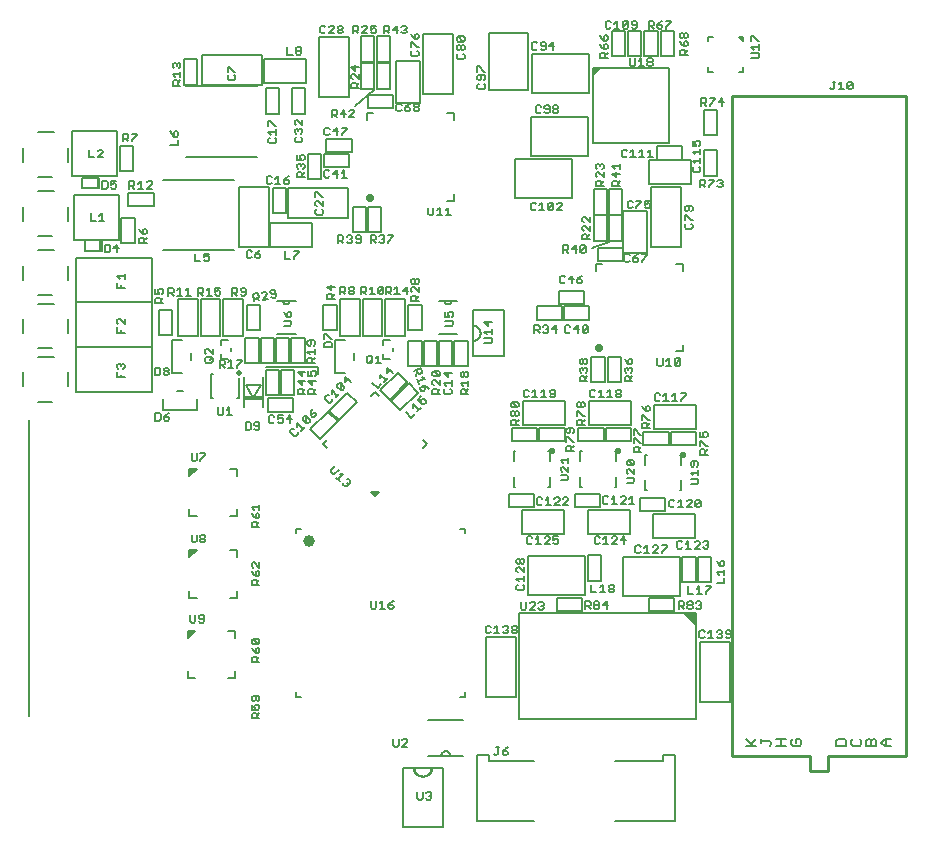
<source format=gto>
G75*
%MOIN*%
%OFA0B0*%
%FSLAX25Y25*%
%IPPOS*%
%LPD*%
%AMOC8*
5,1,8,0,0,1.08239X$1,22.5*
%
%ADD10C,0.00500*%
%ADD11C,0.00591*%
%ADD12C,0.00600*%
%ADD13R,0.06299X0.01250*%
%ADD14C,0.03937*%
%ADD15C,0.01969*%
%ADD16C,0.02227*%
%ADD17C,0.01000*%
%ADD18C,0.00700*%
%ADD19C,0.02756*%
D10*
X0052772Y0083874D02*
X0052772Y0182299D01*
X0055921Y0188598D02*
X0060646Y0188598D01*
X0065764Y0193717D02*
X0065764Y0198441D01*
X0061039Y0203559D02*
X0055921Y0203559D01*
X0055921Y0206315D02*
X0060646Y0206315D01*
X0065764Y0211433D02*
X0065764Y0216157D01*
X0068543Y0221646D02*
X0068543Y0206732D01*
X0093693Y0206732D01*
X0093693Y0221646D01*
X0068543Y0221646D01*
X0068543Y0221693D02*
X0068543Y0236606D01*
X0093693Y0236606D01*
X0093693Y0221693D01*
X0068543Y0221693D01*
X0061039Y0221276D02*
X0055921Y0221276D01*
X0055921Y0224031D02*
X0060646Y0224031D01*
X0065764Y0229150D02*
X0065764Y0233874D01*
X0061039Y0238992D02*
X0055921Y0238992D01*
X0055921Y0243717D02*
X0060646Y0243717D01*
X0067713Y0242516D02*
X0082713Y0242516D01*
X0082713Y0257516D01*
X0067713Y0257516D01*
X0067713Y0242516D01*
X0071406Y0242373D02*
X0071406Y0238761D01*
X0076657Y0238761D01*
X0076657Y0242373D01*
X0077050Y0242373D01*
X0077050Y0238761D01*
X0076657Y0238761D01*
X0076657Y0242373D02*
X0071406Y0242373D01*
X0065764Y0248835D02*
X0065764Y0253559D01*
X0061039Y0258677D02*
X0055921Y0258677D01*
X0050803Y0253559D02*
X0050803Y0248835D01*
X0055921Y0263402D02*
X0060646Y0263402D01*
X0065764Y0268520D02*
X0065764Y0273244D01*
X0067319Y0278776D02*
X0082319Y0278776D01*
X0082319Y0263776D01*
X0067319Y0263776D01*
X0067319Y0278776D01*
X0061039Y0278362D02*
X0055921Y0278362D01*
X0050803Y0273244D02*
X0050803Y0268520D01*
X0070619Y0263239D02*
X0070619Y0259627D01*
X0075869Y0259627D01*
X0075869Y0263239D01*
X0076263Y0263239D01*
X0076263Y0259627D01*
X0075869Y0259627D01*
X0075869Y0263239D02*
X0070619Y0263239D01*
X0083249Y0265501D02*
X0083249Y0273901D01*
X0087649Y0273901D01*
X0087649Y0265501D01*
X0083249Y0265501D01*
X0085973Y0258121D02*
X0094373Y0258121D01*
X0094373Y0253721D01*
X0085973Y0253721D01*
X0085973Y0258121D01*
X0088043Y0249885D02*
X0083643Y0249885D01*
X0083643Y0241485D01*
X0088043Y0241485D01*
X0088043Y0249885D01*
X0097654Y0238992D02*
X0121276Y0238992D01*
X0122969Y0240016D02*
X0132969Y0240016D01*
X0132969Y0260016D01*
X0122969Y0260016D01*
X0122969Y0240016D01*
X0133173Y0240110D02*
X0133173Y0248110D01*
X0147173Y0248110D01*
X0147173Y0240110D01*
X0133173Y0240110D01*
X0134036Y0251328D02*
X0138436Y0251328D01*
X0138436Y0259728D01*
X0134036Y0259728D01*
X0134036Y0251328D01*
X0139228Y0249740D02*
X0139228Y0259740D01*
X0159228Y0259740D01*
X0159228Y0249740D01*
X0139228Y0249740D01*
X0145847Y0262745D02*
X0145847Y0271145D01*
X0150247Y0271145D01*
X0150247Y0262745D01*
X0145847Y0262745D01*
X0151217Y0266715D02*
X0151217Y0271115D01*
X0159617Y0271115D01*
X0159617Y0266715D01*
X0151217Y0266715D01*
X0152004Y0271833D02*
X0152004Y0276233D01*
X0160404Y0276233D01*
X0160404Y0271833D01*
X0152004Y0271833D01*
X0165370Y0282406D02*
X0165370Y0284661D01*
X0167626Y0284661D01*
X0165894Y0286398D02*
X0165894Y0290798D01*
X0174294Y0290798D01*
X0174294Y0286398D01*
X0165894Y0286398D01*
X0167921Y0292901D02*
X0163521Y0292901D01*
X0163521Y0301301D01*
X0167921Y0301301D01*
X0167921Y0292901D01*
X0168840Y0292901D02*
X0173240Y0292901D01*
X0173240Y0301301D01*
X0168840Y0301301D01*
X0168840Y0292901D01*
X0175150Y0288094D02*
X0175150Y0302094D01*
X0183150Y0302094D01*
X0183150Y0288094D01*
X0175150Y0288094D01*
X0184189Y0291197D02*
X0184189Y0311197D01*
X0194189Y0311197D01*
X0194189Y0291197D01*
X0184189Y0291197D01*
X0192248Y0284661D02*
X0194504Y0284661D01*
X0194504Y0282406D01*
X0206114Y0292484D02*
X0219114Y0292484D01*
X0219114Y0311484D01*
X0206114Y0311484D01*
X0206114Y0292484D01*
X0220437Y0291547D02*
X0220437Y0304547D01*
X0239437Y0304547D01*
X0239437Y0291547D01*
X0220437Y0291547D01*
X0220245Y0283379D02*
X0220245Y0270379D01*
X0239245Y0270379D01*
X0239245Y0283379D01*
X0220245Y0283379D01*
X0214925Y0269508D02*
X0214925Y0256508D01*
X0233925Y0256508D01*
X0233925Y0269508D01*
X0214925Y0269508D01*
X0194504Y0257783D02*
X0194504Y0255528D01*
X0192248Y0255528D01*
X0170326Y0253428D02*
X0170326Y0245028D01*
X0165926Y0245028D01*
X0165926Y0253428D01*
X0170326Y0253428D01*
X0165208Y0253428D02*
X0165208Y0245028D01*
X0160808Y0245028D01*
X0160808Y0253428D01*
X0165208Y0253428D01*
X0128756Y0270094D02*
X0105134Y0270094D01*
X0097654Y0262614D02*
X0121276Y0262614D01*
X0131780Y0284600D02*
X0131780Y0293000D01*
X0136180Y0293000D01*
X0136180Y0284600D01*
X0131780Y0284600D01*
X0140527Y0284602D02*
X0140527Y0293002D01*
X0144927Y0293002D01*
X0144927Y0284602D01*
X0140527Y0284602D01*
X0149637Y0290220D02*
X0159637Y0290220D01*
X0159637Y0310220D01*
X0149637Y0310220D01*
X0149637Y0290220D01*
X0145310Y0294938D02*
X0145310Y0302938D01*
X0131310Y0302938D01*
X0131310Y0294938D01*
X0145310Y0294938D01*
X0130488Y0294228D02*
X0130488Y0304228D01*
X0110488Y0304228D01*
X0110488Y0294228D01*
X0130488Y0294228D01*
X0128756Y0293717D02*
X0105134Y0293717D01*
X0104509Y0294241D02*
X0104509Y0302641D01*
X0108909Y0302641D01*
X0108909Y0294241D01*
X0104509Y0294241D01*
X0163521Y0301901D02*
X0167921Y0301901D01*
X0167921Y0310301D01*
X0163521Y0310301D01*
X0163521Y0301901D01*
X0168840Y0301901D02*
X0173240Y0301901D01*
X0173240Y0310301D01*
X0168840Y0310301D01*
X0168840Y0301901D01*
X0240966Y0299910D02*
X0240966Y0298729D01*
X0241753Y0299517D01*
X0241359Y0299517D01*
X0240966Y0299910D02*
X0242934Y0299910D01*
X0240966Y0297942D01*
X0240966Y0298335D01*
X0240966Y0298729D01*
X0240966Y0298335D02*
X0242147Y0299517D01*
X0242934Y0299910D02*
X0243328Y0299910D01*
X0240966Y0297548D01*
X0240966Y0297942D01*
X0240966Y0297548D02*
X0240966Y0274713D01*
X0266163Y0274713D01*
X0266163Y0299910D01*
X0243328Y0299910D01*
X0247132Y0303781D02*
X0251532Y0303781D01*
X0251532Y0312181D01*
X0247132Y0312181D01*
X0247132Y0303781D01*
X0252545Y0303781D02*
X0252545Y0312181D01*
X0256945Y0312181D01*
X0256945Y0303781D01*
X0252545Y0303781D01*
X0257959Y0303781D02*
X0262359Y0303781D01*
X0262359Y0312181D01*
X0257959Y0312181D01*
X0257959Y0303781D01*
X0263372Y0303781D02*
X0267772Y0303781D01*
X0267772Y0312181D01*
X0263372Y0312181D01*
X0263372Y0303781D01*
X0279150Y0300016D02*
X0279150Y0298441D01*
X0280724Y0298441D01*
X0289386Y0298441D02*
X0290961Y0298441D01*
X0290961Y0300016D01*
X0290961Y0308677D02*
X0289386Y0310252D01*
X0290173Y0310252D01*
X0290567Y0309858D01*
X0290567Y0309465D01*
X0290173Y0309858D01*
X0290173Y0310252D02*
X0290961Y0310252D01*
X0290961Y0308677D01*
X0280724Y0310252D02*
X0279150Y0310252D01*
X0279150Y0308677D01*
X0277737Y0285712D02*
X0282137Y0285712D01*
X0282137Y0277312D01*
X0277737Y0277312D01*
X0277737Y0285712D01*
X0270559Y0273665D02*
X0262159Y0273665D01*
X0262159Y0269265D01*
X0270559Y0269265D01*
X0270559Y0273665D01*
X0277737Y0272326D02*
X0282137Y0272326D01*
X0282137Y0263926D01*
X0277737Y0263926D01*
X0277737Y0272326D01*
X0273359Y0268969D02*
X0273359Y0260969D01*
X0259359Y0260969D01*
X0259359Y0268969D01*
X0273359Y0268969D01*
X0270173Y0260016D02*
X0260173Y0260016D01*
X0260173Y0240016D01*
X0270173Y0240016D01*
X0270173Y0260016D01*
X0258937Y0252094D02*
X0250937Y0252094D01*
X0250937Y0238094D01*
X0258937Y0238094D01*
X0258937Y0252094D01*
X0250641Y0250934D02*
X0246241Y0250934D01*
X0246241Y0259334D01*
X0250641Y0259334D01*
X0250641Y0250934D01*
X0250641Y0250672D02*
X0250641Y0242272D01*
X0246241Y0242272D01*
X0246241Y0250672D01*
X0250641Y0250672D01*
X0245523Y0250672D02*
X0245523Y0242272D01*
X0241123Y0242272D01*
X0241123Y0250672D01*
X0245523Y0250672D01*
X0245523Y0250934D02*
X0241123Y0250934D01*
X0241123Y0259334D01*
X0245523Y0259334D01*
X0245523Y0250934D01*
X0242469Y0239775D02*
X0242469Y0235375D01*
X0250869Y0235375D01*
X0250869Y0239775D01*
X0242469Y0239775D01*
X0241748Y0234465D02*
X0244004Y0234465D01*
X0241748Y0234465D02*
X0241748Y0232209D01*
X0237877Y0225444D02*
X0237877Y0221044D01*
X0229477Y0221044D01*
X0229477Y0225444D01*
X0237877Y0225444D01*
X0239649Y0220326D02*
X0231249Y0220326D01*
X0231249Y0215926D01*
X0239649Y0215926D01*
X0239649Y0220326D01*
X0230594Y0220326D02*
X0230594Y0215926D01*
X0222194Y0215926D01*
X0222194Y0220326D01*
X0230594Y0220326D01*
X0240335Y0203428D02*
X0244735Y0203428D01*
X0244735Y0195028D01*
X0240335Y0195028D01*
X0240335Y0203428D01*
X0245847Y0203428D02*
X0245847Y0195028D01*
X0250247Y0195028D01*
X0250247Y0203428D01*
X0245847Y0203428D01*
X0239472Y0188661D02*
X0239472Y0180661D01*
X0253472Y0180661D01*
X0253472Y0188661D01*
X0239472Y0188661D01*
X0231425Y0188661D02*
X0231425Y0180661D01*
X0217425Y0180661D01*
X0217425Y0188661D01*
X0231425Y0188661D01*
X0231381Y0179775D02*
X0222981Y0179775D01*
X0222981Y0175375D01*
X0231381Y0175375D01*
X0231381Y0179775D01*
X0235973Y0179775D02*
X0235973Y0175375D01*
X0244373Y0175375D01*
X0244373Y0179775D01*
X0235973Y0179775D01*
X0245028Y0179775D02*
X0245028Y0175375D01*
X0253428Y0175375D01*
X0253428Y0179775D01*
X0245028Y0179775D01*
X0257627Y0178594D02*
X0257627Y0174194D01*
X0266027Y0174194D01*
X0266027Y0178594D01*
X0257627Y0178594D01*
X0261126Y0179480D02*
X0261126Y0187480D01*
X0275126Y0187480D01*
X0275126Y0179480D01*
X0261126Y0179480D01*
X0266682Y0178594D02*
X0266682Y0174194D01*
X0275082Y0174194D01*
X0275082Y0178594D01*
X0266682Y0178594D01*
X0264846Y0156546D02*
X0256446Y0156546D01*
X0256446Y0152146D01*
X0264846Y0152146D01*
X0264846Y0156546D01*
X0260732Y0151260D02*
X0274732Y0151260D01*
X0274732Y0143260D01*
X0260732Y0143260D01*
X0260732Y0151260D01*
X0253079Y0152441D02*
X0253079Y0144441D01*
X0239079Y0144441D01*
X0239079Y0152441D01*
X0253079Y0152441D01*
X0243192Y0153328D02*
X0243192Y0157728D01*
X0234792Y0157728D01*
X0234792Y0153328D01*
X0243192Y0153328D01*
X0231031Y0152441D02*
X0231031Y0144441D01*
X0217031Y0144441D01*
X0217031Y0152441D01*
X0231031Y0152441D01*
X0221145Y0153328D02*
X0221145Y0157728D01*
X0212745Y0157728D01*
X0212745Y0153328D01*
X0221145Y0153328D01*
X0219256Y0137224D02*
X0238256Y0137224D01*
X0238256Y0124224D01*
X0219256Y0124224D01*
X0219256Y0137224D01*
X0228887Y0123082D02*
X0237287Y0123082D01*
X0237287Y0118682D01*
X0228887Y0118682D01*
X0228887Y0123082D01*
X0239154Y0128887D02*
X0239154Y0137287D01*
X0243554Y0137287D01*
X0243554Y0128887D01*
X0239154Y0128887D01*
X0250752Y0123831D02*
X0250752Y0136831D01*
X0269752Y0136831D01*
X0269752Y0123831D01*
X0250752Y0123831D01*
X0259595Y0123082D02*
X0259595Y0118682D01*
X0267995Y0118682D01*
X0267995Y0123082D01*
X0259595Y0123082D01*
X0270650Y0128493D02*
X0270650Y0136893D01*
X0275050Y0136893D01*
X0275050Y0128493D01*
X0270650Y0128493D01*
X0275769Y0128493D02*
X0275769Y0136893D01*
X0280169Y0136893D01*
X0280169Y0128493D01*
X0275769Y0128493D01*
X0275213Y0118126D02*
X0271276Y0118126D01*
X0275213Y0114189D01*
X0275213Y0118126D01*
X0275213Y0082693D01*
X0216157Y0082693D01*
X0216157Y0118126D01*
X0275213Y0118126D01*
X0275213Y0117632D02*
X0271770Y0117632D01*
X0272268Y0117133D02*
X0275213Y0117133D01*
X0275213Y0116635D02*
X0272767Y0116635D01*
X0273265Y0116136D02*
X0275213Y0116136D01*
X0275213Y0115638D02*
X0273764Y0115638D01*
X0274262Y0115139D02*
X0275213Y0115139D01*
X0275213Y0114641D02*
X0274761Y0114641D01*
X0276512Y0108441D02*
X0286512Y0108441D01*
X0286512Y0088441D01*
X0276512Y0088441D01*
X0276512Y0108441D01*
X0268055Y0070677D02*
X0264055Y0070677D01*
X0264055Y0068677D01*
X0248055Y0068677D01*
X0268055Y0070677D02*
X0268055Y0048677D01*
X0248055Y0048677D01*
X0221055Y0048677D02*
X0202055Y0048677D01*
X0202055Y0070677D01*
X0206055Y0070677D01*
X0206055Y0068677D01*
X0221055Y0068677D01*
X0197654Y0070488D02*
X0193323Y0070488D01*
X0190173Y0070488D01*
X0185843Y0070488D01*
X0190173Y0070488D02*
X0190175Y0070567D01*
X0190181Y0070645D01*
X0190191Y0070723D01*
X0190204Y0070800D01*
X0190222Y0070877D01*
X0190243Y0070952D01*
X0190268Y0071027D01*
X0190297Y0071100D01*
X0190329Y0071171D01*
X0190365Y0071241D01*
X0190404Y0071309D01*
X0190447Y0071375D01*
X0190493Y0071439D01*
X0190541Y0071500D01*
X0190593Y0071559D01*
X0190648Y0071615D01*
X0190706Y0071669D01*
X0190766Y0071719D01*
X0190829Y0071767D01*
X0190893Y0071811D01*
X0190961Y0071852D01*
X0191029Y0071890D01*
X0191100Y0071924D01*
X0191173Y0071954D01*
X0191246Y0071981D01*
X0191321Y0072004D01*
X0191398Y0072024D01*
X0191475Y0072039D01*
X0191552Y0072051D01*
X0191630Y0072059D01*
X0191709Y0072063D01*
X0191787Y0072063D01*
X0191866Y0072059D01*
X0191944Y0072051D01*
X0192021Y0072039D01*
X0192098Y0072024D01*
X0192175Y0072004D01*
X0192250Y0071981D01*
X0192323Y0071954D01*
X0192396Y0071924D01*
X0192467Y0071890D01*
X0192536Y0071852D01*
X0192603Y0071811D01*
X0192667Y0071767D01*
X0192730Y0071719D01*
X0192790Y0071669D01*
X0192848Y0071615D01*
X0192903Y0071559D01*
X0192955Y0071500D01*
X0193003Y0071439D01*
X0193049Y0071375D01*
X0193092Y0071309D01*
X0193131Y0071241D01*
X0193167Y0071171D01*
X0193199Y0071100D01*
X0193228Y0071027D01*
X0193253Y0070952D01*
X0193274Y0070877D01*
X0193292Y0070800D01*
X0193305Y0070723D01*
X0193315Y0070645D01*
X0193321Y0070567D01*
X0193323Y0070488D01*
X0197654Y0082299D02*
X0185843Y0082299D01*
X0205252Y0090016D02*
X0215252Y0090016D01*
X0215252Y0110016D01*
X0205252Y0110016D01*
X0205252Y0090016D01*
X0121669Y0096472D02*
X0121669Y0098835D01*
X0121669Y0096472D02*
X0119307Y0096472D01*
X0108283Y0096472D02*
X0105921Y0096472D01*
X0105921Y0098835D01*
X0105921Y0109858D02*
X0105921Y0111433D01*
X0106315Y0111827D01*
X0107496Y0111827D01*
X0106315Y0110646D01*
X0106315Y0111039D01*
X0106709Y0111433D01*
X0106315Y0111433D01*
X0105921Y0111433D02*
X0105921Y0112220D01*
X0108283Y0112220D01*
X0105921Y0109858D01*
X0119307Y0112220D02*
X0121669Y0112220D01*
X0121669Y0109858D01*
X0122063Y0123244D02*
X0122063Y0125606D01*
X0122063Y0123244D02*
X0119701Y0123244D01*
X0108677Y0123244D02*
X0106315Y0123244D01*
X0106315Y0125606D01*
X0106315Y0136630D02*
X0106315Y0138205D01*
X0106709Y0138598D01*
X0107890Y0138598D01*
X0106709Y0137417D01*
X0106709Y0137811D01*
X0107102Y0138205D01*
X0106709Y0138205D01*
X0106315Y0138205D02*
X0106315Y0138992D01*
X0108677Y0138992D01*
X0106315Y0136630D01*
X0119701Y0138992D02*
X0122063Y0138992D01*
X0122063Y0136630D01*
X0122063Y0150409D02*
X0122063Y0152772D01*
X0122063Y0150409D02*
X0119701Y0150409D01*
X0108677Y0150409D02*
X0106315Y0150409D01*
X0106315Y0152772D01*
X0106315Y0163795D02*
X0106315Y0165370D01*
X0106709Y0165764D01*
X0107890Y0165764D01*
X0106709Y0164583D01*
X0106709Y0164976D01*
X0107102Y0165370D01*
X0106709Y0165370D01*
X0106315Y0165370D02*
X0106315Y0166157D01*
X0108677Y0166157D01*
X0106315Y0163795D01*
X0119701Y0166157D02*
X0122063Y0166157D01*
X0122063Y0163795D01*
X0132430Y0185217D02*
X0132430Y0189617D01*
X0140830Y0189617D01*
X0140830Y0185217D01*
X0132430Y0185217D01*
X0131674Y0190698D02*
X0136074Y0190698D01*
X0136074Y0199098D01*
X0131674Y0199098D01*
X0131674Y0190698D01*
X0136792Y0190698D02*
X0141192Y0190698D01*
X0141192Y0199098D01*
X0136792Y0199098D01*
X0136792Y0190698D01*
X0131906Y0200016D02*
X0149228Y0200016D01*
X0149228Y0197654D01*
X0144735Y0201328D02*
X0140335Y0201328D01*
X0140335Y0209728D01*
X0144735Y0209728D01*
X0144735Y0201328D01*
X0139617Y0201328D02*
X0135217Y0201328D01*
X0135217Y0209728D01*
X0139617Y0209728D01*
X0139617Y0201328D01*
X0134499Y0201328D02*
X0130099Y0201328D01*
X0130099Y0209728D01*
X0134499Y0209728D01*
X0134499Y0201328D01*
X0129381Y0201328D02*
X0124981Y0201328D01*
X0124981Y0209728D01*
X0129381Y0209728D01*
X0129381Y0201328D01*
X0122850Y0196472D02*
X0122850Y0189780D01*
X0122063Y0189780D01*
X0114189Y0189780D02*
X0113402Y0189780D01*
X0113402Y0197654D01*
X0114189Y0197654D01*
X0116945Y0202772D02*
X0116945Y0204346D01*
X0116945Y0202772D02*
X0119307Y0202772D01*
X0120094Y0205528D02*
X0120094Y0206315D01*
X0119307Y0209071D02*
X0116945Y0209071D01*
X0116945Y0207496D01*
X0116652Y0210301D02*
X0110152Y0210301D01*
X0110152Y0222801D01*
X0116652Y0222801D01*
X0116652Y0210301D01*
X0117632Y0210301D02*
X0124132Y0210301D01*
X0124132Y0222801D01*
X0117632Y0222801D01*
X0117632Y0210301D01*
X0109171Y0210301D02*
X0102671Y0210301D01*
X0102671Y0222801D01*
X0109171Y0222801D01*
X0109171Y0210301D01*
X0106865Y0204659D02*
X0106865Y0202459D01*
X0100641Y0210776D02*
X0096241Y0210776D01*
X0096241Y0219176D01*
X0100641Y0219176D01*
X0100641Y0210776D01*
X0093693Y0206685D02*
X0093693Y0191772D01*
X0068543Y0191772D01*
X0068543Y0206685D01*
X0093693Y0206685D01*
X0102065Y0192200D02*
X0104265Y0192200D01*
X0125375Y0212351D02*
X0125375Y0220751D01*
X0129775Y0220751D01*
X0129775Y0212351D01*
X0125375Y0212351D01*
X0150965Y0212351D02*
X0150965Y0220751D01*
X0155365Y0220751D01*
X0155365Y0212351D01*
X0150965Y0212351D01*
X0156608Y0210301D02*
X0163108Y0210301D01*
X0163108Y0222801D01*
X0156608Y0222801D01*
X0156608Y0210301D01*
X0161196Y0204659D02*
X0161196Y0202459D01*
X0164089Y0210301D02*
X0170589Y0210301D01*
X0170589Y0222801D01*
X0164089Y0222801D01*
X0164089Y0210301D01*
X0170882Y0209071D02*
X0173244Y0209071D01*
X0171569Y0210301D02*
X0178069Y0210301D01*
X0178069Y0222801D01*
X0171569Y0222801D01*
X0171569Y0210301D01*
X0170882Y0209071D02*
X0170882Y0207496D01*
X0170882Y0204346D02*
X0170882Y0202772D01*
X0173244Y0202772D01*
X0174031Y0205528D02*
X0174031Y0206315D01*
X0179312Y0208940D02*
X0179312Y0200540D01*
X0183712Y0200540D01*
X0183712Y0208940D01*
X0179312Y0208940D01*
X0179312Y0212351D02*
X0179312Y0220751D01*
X0183712Y0220751D01*
X0183712Y0212351D01*
X0179312Y0212351D01*
X0184430Y0208940D02*
X0188830Y0208940D01*
X0188830Y0200540D01*
X0184430Y0200540D01*
X0184430Y0208940D01*
X0189548Y0208940D02*
X0193948Y0208940D01*
X0193948Y0200540D01*
X0189548Y0200540D01*
X0189548Y0208940D01*
X0194666Y0208940D02*
X0199066Y0208940D01*
X0199066Y0200540D01*
X0194666Y0200540D01*
X0194666Y0208940D01*
X0200803Y0208874D02*
X0200903Y0208876D01*
X0201004Y0208882D01*
X0201104Y0208892D01*
X0201203Y0208906D01*
X0201302Y0208923D01*
X0201400Y0208945D01*
X0201498Y0208970D01*
X0201594Y0208999D01*
X0201689Y0209032D01*
X0201782Y0209069D01*
X0201874Y0209109D01*
X0201965Y0209153D01*
X0202053Y0209200D01*
X0202140Y0209251D01*
X0202225Y0209305D01*
X0202307Y0209363D01*
X0202387Y0209423D01*
X0202465Y0209487D01*
X0202540Y0209554D01*
X0202612Y0209624D01*
X0202682Y0209696D01*
X0202749Y0209771D01*
X0202813Y0209849D01*
X0202873Y0209929D01*
X0202931Y0210011D01*
X0202985Y0210096D01*
X0203036Y0210183D01*
X0203083Y0210271D01*
X0203127Y0210362D01*
X0203167Y0210454D01*
X0203204Y0210547D01*
X0203237Y0210642D01*
X0203266Y0210738D01*
X0203291Y0210836D01*
X0203313Y0210934D01*
X0203330Y0211033D01*
X0203344Y0211132D01*
X0203354Y0211232D01*
X0203360Y0211333D01*
X0203362Y0211433D01*
X0203360Y0211533D01*
X0203354Y0211634D01*
X0203344Y0211734D01*
X0203330Y0211833D01*
X0203313Y0211932D01*
X0203291Y0212030D01*
X0203266Y0212128D01*
X0203237Y0212224D01*
X0203204Y0212319D01*
X0203167Y0212412D01*
X0203127Y0212504D01*
X0203083Y0212595D01*
X0203036Y0212683D01*
X0202985Y0212770D01*
X0202931Y0212855D01*
X0202873Y0212937D01*
X0202813Y0213017D01*
X0202749Y0213095D01*
X0202682Y0213170D01*
X0202612Y0213242D01*
X0202540Y0213312D01*
X0202465Y0213379D01*
X0202387Y0213443D01*
X0202307Y0213503D01*
X0202225Y0213561D01*
X0202140Y0213615D01*
X0202053Y0213666D01*
X0201965Y0213713D01*
X0201874Y0213757D01*
X0201782Y0213797D01*
X0201689Y0213834D01*
X0201594Y0213867D01*
X0201498Y0213896D01*
X0201400Y0213921D01*
X0201302Y0213943D01*
X0201203Y0213960D01*
X0201104Y0213974D01*
X0201004Y0213984D01*
X0200903Y0213990D01*
X0200803Y0213992D01*
X0178951Y0195131D02*
X0175839Y0198242D01*
X0169900Y0192302D01*
X0173011Y0189191D01*
X0178951Y0195131D01*
X0179383Y0194699D02*
X0182494Y0191587D01*
X0176554Y0185648D01*
X0173443Y0188759D01*
X0179383Y0194699D01*
X0162022Y0188438D02*
X0158910Y0191549D01*
X0152971Y0185609D01*
X0156082Y0182498D01*
X0162022Y0188438D01*
X0155722Y0182139D02*
X0149783Y0176199D01*
X0146671Y0179310D01*
X0152611Y0185250D01*
X0155722Y0182139D01*
X0213926Y0179775D02*
X0213926Y0175375D01*
X0222326Y0175375D01*
X0222326Y0179775D01*
X0213926Y0179775D01*
X0268626Y0205331D02*
X0270882Y0205331D01*
X0270882Y0207587D01*
X0270882Y0232209D02*
X0270882Y0234465D01*
X0268626Y0234465D01*
X0050803Y0233874D02*
X0050803Y0229150D01*
X0050803Y0216157D02*
X0050803Y0211433D01*
X0050803Y0198441D02*
X0050803Y0193717D01*
D11*
X0161630Y0287024D02*
X0167732Y0292339D01*
X0240370Y0239780D02*
X0246079Y0241945D01*
D12*
X0239826Y0242666D02*
X0237274Y0242666D01*
X0237274Y0243942D01*
X0237699Y0244367D01*
X0238550Y0244367D01*
X0238975Y0243942D01*
X0238975Y0242666D01*
X0238975Y0243517D02*
X0239826Y0244367D01*
X0239826Y0245566D02*
X0238125Y0247267D01*
X0237699Y0247267D01*
X0237274Y0246842D01*
X0237274Y0245992D01*
X0237699Y0245566D01*
X0239826Y0245566D02*
X0239826Y0247267D01*
X0239826Y0248466D02*
X0238125Y0250168D01*
X0237699Y0250168D01*
X0237274Y0249742D01*
X0237274Y0248892D01*
X0237699Y0248466D01*
X0239826Y0248466D02*
X0239826Y0250168D01*
X0230469Y0252320D02*
X0228768Y0252320D01*
X0230469Y0254021D01*
X0230469Y0254446D01*
X0230044Y0254871D01*
X0229193Y0254871D01*
X0228768Y0254446D01*
X0227569Y0254446D02*
X0225868Y0252745D01*
X0226293Y0252320D01*
X0227144Y0252320D01*
X0227569Y0252745D01*
X0227569Y0254446D01*
X0227144Y0254871D01*
X0226293Y0254871D01*
X0225868Y0254446D01*
X0225868Y0252745D01*
X0224669Y0252320D02*
X0222968Y0252320D01*
X0223818Y0252320D02*
X0223818Y0254871D01*
X0222968Y0254021D01*
X0221769Y0254446D02*
X0221344Y0254871D01*
X0220493Y0254871D01*
X0220068Y0254446D01*
X0220068Y0252745D01*
X0220493Y0252320D01*
X0221344Y0252320D01*
X0221769Y0252745D01*
X0230855Y0240710D02*
X0232131Y0240710D01*
X0232556Y0240285D01*
X0232556Y0239434D01*
X0232131Y0239009D01*
X0230855Y0239009D01*
X0231706Y0239009D02*
X0232556Y0238158D01*
X0230855Y0238158D02*
X0230855Y0240710D01*
X0233755Y0239434D02*
X0235456Y0239434D01*
X0235031Y0238158D02*
X0235031Y0240710D01*
X0233755Y0239434D01*
X0236655Y0238584D02*
X0238357Y0240285D01*
X0238357Y0238584D01*
X0237931Y0238158D01*
X0237081Y0238158D01*
X0236655Y0238584D01*
X0236655Y0240285D01*
X0237081Y0240710D01*
X0237931Y0240710D01*
X0238357Y0240285D01*
X0237278Y0230576D02*
X0236428Y0230151D01*
X0235577Y0229300D01*
X0236853Y0229300D01*
X0237278Y0228875D01*
X0237278Y0228450D01*
X0236853Y0228024D01*
X0236002Y0228024D01*
X0235577Y0228450D01*
X0235577Y0229300D01*
X0234378Y0229300D02*
X0232677Y0229300D01*
X0233953Y0230576D01*
X0233953Y0228024D01*
X0231478Y0228450D02*
X0231053Y0228024D01*
X0230202Y0228024D01*
X0229777Y0228450D01*
X0229777Y0230151D01*
X0230202Y0230576D01*
X0231053Y0230576D01*
X0231478Y0230151D01*
X0231974Y0214041D02*
X0231548Y0213615D01*
X0231548Y0211914D01*
X0231974Y0211489D01*
X0232824Y0211489D01*
X0233250Y0211914D01*
X0234449Y0212765D02*
X0236150Y0212765D01*
X0235724Y0214041D02*
X0234449Y0212765D01*
X0233250Y0213615D02*
X0232824Y0214041D01*
X0231974Y0214041D01*
X0228814Y0212765D02*
X0227112Y0212765D01*
X0228388Y0214041D01*
X0228388Y0211489D01*
X0225914Y0211914D02*
X0225488Y0211489D01*
X0224638Y0211489D01*
X0224212Y0211914D01*
X0225063Y0212765D02*
X0225488Y0212765D01*
X0225914Y0212340D01*
X0225914Y0211914D01*
X0225488Y0212765D02*
X0225914Y0213190D01*
X0225914Y0213615D01*
X0225488Y0214041D01*
X0224638Y0214041D01*
X0224212Y0213615D01*
X0223013Y0213615D02*
X0223013Y0212765D01*
X0222588Y0212340D01*
X0221312Y0212340D01*
X0222163Y0212340D02*
X0223013Y0211489D01*
X0221312Y0211489D02*
X0221312Y0214041D01*
X0222588Y0214041D01*
X0223013Y0213615D01*
X0235724Y0214041D02*
X0235724Y0211489D01*
X0237349Y0211914D02*
X0239050Y0213615D01*
X0239050Y0211914D01*
X0238625Y0211489D01*
X0237774Y0211489D01*
X0237349Y0211914D01*
X0237349Y0213615D01*
X0237774Y0214041D01*
X0238625Y0214041D01*
X0239050Y0213615D01*
X0238511Y0202829D02*
X0238936Y0202404D01*
X0238936Y0201554D01*
X0238511Y0201128D01*
X0238086Y0201128D01*
X0237660Y0201554D01*
X0237660Y0202404D01*
X0238086Y0202829D01*
X0238511Y0202829D01*
X0237660Y0202404D02*
X0237235Y0202829D01*
X0236810Y0202829D01*
X0236384Y0202404D01*
X0236384Y0201554D01*
X0236810Y0201128D01*
X0237235Y0201128D01*
X0237660Y0201554D01*
X0237235Y0199929D02*
X0237660Y0199504D01*
X0238086Y0199929D01*
X0238511Y0199929D01*
X0238936Y0199504D01*
X0238936Y0198653D01*
X0238511Y0198228D01*
X0237660Y0199079D02*
X0237660Y0199504D01*
X0237235Y0199929D02*
X0236810Y0199929D01*
X0236384Y0199504D01*
X0236384Y0198653D01*
X0236810Y0198228D01*
X0236810Y0197029D02*
X0237660Y0197029D01*
X0238086Y0196604D01*
X0238086Y0195328D01*
X0238936Y0195328D02*
X0236384Y0195328D01*
X0236384Y0196604D01*
X0236810Y0197029D01*
X0238086Y0196179D02*
X0238936Y0197029D01*
X0240198Y0192513D02*
X0239772Y0192088D01*
X0239772Y0190387D01*
X0240198Y0189961D01*
X0241048Y0189961D01*
X0241474Y0190387D01*
X0242673Y0189961D02*
X0244374Y0189961D01*
X0243523Y0189961D02*
X0243523Y0192513D01*
X0242673Y0191663D01*
X0241474Y0192088D02*
X0241048Y0192513D01*
X0240198Y0192513D01*
X0237629Y0188357D02*
X0238054Y0187931D01*
X0238054Y0187081D01*
X0237629Y0186655D01*
X0237204Y0186655D01*
X0236778Y0187081D01*
X0236778Y0187931D01*
X0237204Y0188357D01*
X0237629Y0188357D01*
X0236778Y0187931D02*
X0236353Y0188357D01*
X0235928Y0188357D01*
X0235503Y0187931D01*
X0235503Y0187081D01*
X0235928Y0186655D01*
X0236353Y0186655D01*
X0236778Y0187081D01*
X0235928Y0185456D02*
X0237629Y0183755D01*
X0238054Y0183755D01*
X0238054Y0182556D02*
X0237204Y0181706D01*
X0237204Y0182131D02*
X0237204Y0180855D01*
X0238054Y0180855D02*
X0235503Y0180855D01*
X0235503Y0182131D01*
X0235928Y0182556D01*
X0236778Y0182556D01*
X0237204Y0182131D01*
X0235503Y0183755D02*
X0235503Y0185456D01*
X0235928Y0185456D01*
X0234086Y0179695D02*
X0232385Y0179695D01*
X0231959Y0179270D01*
X0231959Y0178419D01*
X0232385Y0177994D01*
X0232810Y0177994D01*
X0233235Y0178419D01*
X0233235Y0179695D01*
X0234086Y0179695D02*
X0234511Y0179270D01*
X0234511Y0178419D01*
X0234086Y0177994D01*
X0232385Y0176795D02*
X0234086Y0175094D01*
X0234511Y0175094D01*
X0234511Y0173895D02*
X0233660Y0173044D01*
X0233660Y0173470D02*
X0233660Y0172194D01*
X0234511Y0172194D02*
X0231959Y0172194D01*
X0231959Y0173470D01*
X0232385Y0173895D01*
X0233235Y0173895D01*
X0233660Y0173470D01*
X0231959Y0175094D02*
X0231959Y0176795D01*
X0232385Y0176795D01*
X0236630Y0172063D02*
X0237024Y0172063D01*
X0236630Y0172063D02*
X0236630Y0168717D01*
X0232625Y0168971D02*
X0230073Y0168971D01*
X0230924Y0168120D01*
X0230924Y0166921D02*
X0230499Y0166921D01*
X0230073Y0166496D01*
X0230073Y0165646D01*
X0230499Y0165220D01*
X0230073Y0164021D02*
X0232200Y0164021D01*
X0232625Y0163596D01*
X0232625Y0162745D01*
X0232200Y0162320D01*
X0230073Y0162320D01*
X0232625Y0165220D02*
X0230924Y0166921D01*
X0232625Y0166921D02*
X0232625Y0165220D01*
X0232625Y0168120D02*
X0232625Y0169822D01*
X0226394Y0168717D02*
X0226394Y0172063D01*
X0226000Y0172063D01*
X0226394Y0163598D02*
X0226394Y0160252D01*
X0226000Y0160252D01*
X0225944Y0156655D02*
X0225944Y0154103D01*
X0225094Y0154103D02*
X0226795Y0154103D01*
X0227994Y0154103D02*
X0229695Y0155804D01*
X0229695Y0156230D01*
X0229270Y0156655D01*
X0228419Y0156655D01*
X0227994Y0156230D01*
X0225944Y0156655D02*
X0225094Y0155804D01*
X0223895Y0156230D02*
X0223470Y0156655D01*
X0222619Y0156655D01*
X0222194Y0156230D01*
X0222194Y0154528D01*
X0222619Y0154103D01*
X0223470Y0154103D01*
X0223895Y0154528D01*
X0227994Y0154103D02*
X0229695Y0154103D01*
X0230894Y0154103D02*
X0232595Y0155804D01*
X0232595Y0156230D01*
X0232170Y0156655D01*
X0231319Y0156655D01*
X0230894Y0156230D01*
X0230894Y0154103D02*
X0232595Y0154103D01*
X0236630Y0160252D02*
X0237024Y0160252D01*
X0236630Y0160252D02*
X0236630Y0163598D01*
X0244241Y0156623D02*
X0244241Y0154922D01*
X0244666Y0154497D01*
X0245517Y0154497D01*
X0245942Y0154922D01*
X0247141Y0154497D02*
X0248842Y0154497D01*
X0247992Y0154497D02*
X0247992Y0157049D01*
X0247141Y0156198D01*
X0245942Y0156623D02*
X0245517Y0157049D01*
X0244666Y0157049D01*
X0244241Y0156623D01*
X0248047Y0160252D02*
X0248441Y0160252D01*
X0248441Y0163598D01*
X0252121Y0163234D02*
X0254247Y0163234D01*
X0254672Y0162809D01*
X0254672Y0161958D01*
X0254247Y0161533D01*
X0252121Y0161533D01*
X0252546Y0164433D02*
X0252121Y0164858D01*
X0252121Y0165709D01*
X0252546Y0166134D01*
X0252971Y0166134D01*
X0254672Y0164433D01*
X0254672Y0166134D01*
X0254247Y0167333D02*
X0252546Y0169034D01*
X0254247Y0169034D01*
X0254672Y0168609D01*
X0254672Y0167758D01*
X0254247Y0167333D01*
X0252546Y0167333D01*
X0252121Y0167758D01*
X0252121Y0168609D01*
X0252546Y0169034D01*
X0254400Y0171800D02*
X0254400Y0173076D01*
X0254825Y0173501D01*
X0255676Y0173501D01*
X0256101Y0173076D01*
X0256101Y0171800D01*
X0256101Y0172651D02*
X0256952Y0173501D01*
X0256952Y0174700D02*
X0256527Y0174700D01*
X0254825Y0176401D01*
X0254400Y0176401D01*
X0254400Y0174700D01*
X0254400Y0171800D02*
X0256952Y0171800D01*
X0258283Y0170882D02*
X0258677Y0170882D01*
X0258283Y0170882D02*
X0258283Y0167535D01*
X0258283Y0162417D02*
X0258283Y0159071D01*
X0258677Y0159071D01*
X0253792Y0157049D02*
X0253792Y0154497D01*
X0254642Y0154497D02*
X0252941Y0154497D01*
X0251742Y0154497D02*
X0250041Y0154497D01*
X0251742Y0156198D01*
X0251742Y0156623D01*
X0251317Y0157049D01*
X0250466Y0157049D01*
X0250041Y0156623D01*
X0252941Y0156198D02*
X0253792Y0157049D01*
X0266288Y0155442D02*
X0266288Y0153741D01*
X0266713Y0153316D01*
X0267564Y0153316D01*
X0267989Y0153741D01*
X0269188Y0153316D02*
X0270889Y0153316D01*
X0270039Y0153316D02*
X0270039Y0155868D01*
X0269188Y0155017D01*
X0267989Y0155442D02*
X0267564Y0155868D01*
X0266713Y0155868D01*
X0266288Y0155442D01*
X0269701Y0159071D02*
X0270094Y0159071D01*
X0270094Y0162417D01*
X0273380Y0162840D02*
X0275507Y0162840D01*
X0275932Y0162415D01*
X0275932Y0161564D01*
X0275507Y0161139D01*
X0273380Y0161139D01*
X0274231Y0164039D02*
X0273380Y0164890D01*
X0275932Y0164890D01*
X0275932Y0165740D02*
X0275932Y0164039D01*
X0275507Y0166939D02*
X0275932Y0167365D01*
X0275932Y0168215D01*
X0275507Y0168640D01*
X0273806Y0168640D01*
X0273380Y0168215D01*
X0273380Y0167365D01*
X0273806Y0166939D01*
X0274231Y0166939D01*
X0274656Y0167365D01*
X0274656Y0168640D01*
X0276542Y0170919D02*
X0276542Y0172194D01*
X0276967Y0172620D01*
X0277818Y0172620D01*
X0278243Y0172194D01*
X0278243Y0170919D01*
X0278243Y0171769D02*
X0279094Y0172620D01*
X0279094Y0173819D02*
X0278668Y0173819D01*
X0276967Y0175520D01*
X0276542Y0175520D01*
X0276542Y0173819D01*
X0276542Y0176719D02*
X0277818Y0176719D01*
X0277393Y0177569D01*
X0277393Y0177995D01*
X0277818Y0178420D01*
X0278668Y0178420D01*
X0279094Y0177995D01*
X0279094Y0177144D01*
X0278668Y0176719D01*
X0276542Y0176719D02*
X0276542Y0178420D01*
X0276542Y0170919D02*
X0279094Y0170919D01*
X0270094Y0170882D02*
X0270094Y0167535D01*
X0270094Y0170882D02*
X0269701Y0170882D01*
X0259708Y0179674D02*
X0257156Y0179674D01*
X0257156Y0180950D01*
X0257581Y0181375D01*
X0258432Y0181375D01*
X0258857Y0180950D01*
X0258857Y0179674D01*
X0258857Y0180525D02*
X0259708Y0181375D01*
X0259708Y0182574D02*
X0259283Y0182574D01*
X0257581Y0184275D01*
X0257156Y0184275D01*
X0257156Y0182574D01*
X0258432Y0185474D02*
X0258432Y0186750D01*
X0258857Y0187175D01*
X0259283Y0187175D01*
X0259708Y0186750D01*
X0259708Y0185900D01*
X0259283Y0185474D01*
X0258432Y0185474D01*
X0257581Y0186325D01*
X0257156Y0187175D01*
X0261426Y0189206D02*
X0261426Y0190907D01*
X0261851Y0191332D01*
X0262702Y0191332D01*
X0263127Y0190907D01*
X0264326Y0190481D02*
X0265177Y0191332D01*
X0265177Y0188780D01*
X0266027Y0188780D02*
X0264326Y0188780D01*
X0263127Y0189206D02*
X0262702Y0188780D01*
X0261851Y0188780D01*
X0261426Y0189206D01*
X0267226Y0188780D02*
X0268927Y0188780D01*
X0268077Y0188780D02*
X0268077Y0191332D01*
X0267226Y0190481D01*
X0270126Y0191332D02*
X0271827Y0191332D01*
X0271827Y0190907D01*
X0270126Y0189206D01*
X0270126Y0188780D01*
X0256952Y0177600D02*
X0256527Y0177600D01*
X0254825Y0179301D01*
X0254400Y0179301D01*
X0254400Y0177600D01*
X0248441Y0172063D02*
X0248047Y0172063D01*
X0248441Y0172063D02*
X0248441Y0168717D01*
X0272088Y0155442D02*
X0272514Y0155868D01*
X0273364Y0155868D01*
X0273790Y0155442D01*
X0273790Y0155017D01*
X0272088Y0153316D01*
X0273790Y0153316D01*
X0274989Y0153741D02*
X0276690Y0155442D01*
X0276690Y0153741D01*
X0276264Y0153316D01*
X0275414Y0153316D01*
X0274989Y0153741D01*
X0274989Y0155442D01*
X0275414Y0155868D01*
X0276264Y0155868D01*
X0276690Y0155442D01*
X0275982Y0142120D02*
X0275132Y0142120D01*
X0274707Y0141694D01*
X0275982Y0142120D02*
X0276408Y0141694D01*
X0276408Y0141269D01*
X0274707Y0139568D01*
X0276408Y0139568D01*
X0277607Y0139993D02*
X0278032Y0139568D01*
X0278883Y0139568D01*
X0279308Y0139993D01*
X0279308Y0140418D01*
X0278883Y0140844D01*
X0278457Y0140844D01*
X0278883Y0140844D02*
X0279308Y0141269D01*
X0279308Y0141694D01*
X0278883Y0142120D01*
X0278032Y0142120D01*
X0277607Y0141694D01*
X0273508Y0139568D02*
X0271806Y0139568D01*
X0272657Y0139568D02*
X0272657Y0142120D01*
X0271806Y0141269D01*
X0270607Y0141694D02*
X0270182Y0142120D01*
X0269332Y0142120D01*
X0268906Y0141694D01*
X0268906Y0139993D01*
X0269332Y0139568D01*
X0270182Y0139568D01*
X0270607Y0139993D01*
X0265390Y0140194D02*
X0263689Y0138493D01*
X0263689Y0138068D01*
X0262490Y0138068D02*
X0260789Y0138068D01*
X0262490Y0139769D01*
X0262490Y0140194D01*
X0262065Y0140620D01*
X0261214Y0140620D01*
X0260789Y0140194D01*
X0258740Y0140620D02*
X0258740Y0138068D01*
X0259590Y0138068D02*
X0257889Y0138068D01*
X0256690Y0138493D02*
X0256265Y0138068D01*
X0255414Y0138068D01*
X0254989Y0138493D01*
X0254989Y0140194D01*
X0255414Y0140620D01*
X0256265Y0140620D01*
X0256690Y0140194D01*
X0257889Y0139769D02*
X0258740Y0140620D01*
X0263689Y0140620D02*
X0265390Y0140620D01*
X0265390Y0140194D01*
X0251749Y0142418D02*
X0250048Y0142418D01*
X0251323Y0143694D01*
X0251323Y0141143D01*
X0248849Y0141143D02*
X0247147Y0141143D01*
X0248849Y0142844D01*
X0248849Y0143269D01*
X0248423Y0143694D01*
X0247573Y0143694D01*
X0247147Y0143269D01*
X0245098Y0143694D02*
X0245098Y0141143D01*
X0244247Y0141143D02*
X0245949Y0141143D01*
X0244247Y0142844D02*
X0245098Y0143694D01*
X0243048Y0143269D02*
X0242623Y0143694D01*
X0241773Y0143694D01*
X0241347Y0143269D01*
X0241347Y0141568D01*
X0241773Y0141143D01*
X0242623Y0141143D01*
X0243048Y0141568D01*
X0229308Y0141568D02*
X0228883Y0141143D01*
X0228032Y0141143D01*
X0227607Y0141568D01*
X0227607Y0142418D02*
X0228457Y0142844D01*
X0228883Y0142844D01*
X0229308Y0142418D01*
X0229308Y0141568D01*
X0227607Y0142418D02*
X0227607Y0143694D01*
X0229308Y0143694D01*
X0226408Y0143269D02*
X0225982Y0143694D01*
X0225132Y0143694D01*
X0224707Y0143269D01*
X0226408Y0143269D02*
X0226408Y0142844D01*
X0224707Y0141143D01*
X0226408Y0141143D01*
X0223508Y0141143D02*
X0221806Y0141143D01*
X0222657Y0141143D02*
X0222657Y0143694D01*
X0221806Y0142844D01*
X0220607Y0143269D02*
X0220182Y0143694D01*
X0219332Y0143694D01*
X0218906Y0143269D01*
X0218906Y0141568D01*
X0219332Y0141143D01*
X0220182Y0141143D01*
X0220607Y0141568D01*
X0217444Y0136257D02*
X0217019Y0136257D01*
X0216593Y0135831D01*
X0216593Y0134981D01*
X0216168Y0134555D01*
X0215743Y0134555D01*
X0215318Y0134981D01*
X0215318Y0135831D01*
X0215743Y0136257D01*
X0216168Y0136257D01*
X0216593Y0135831D01*
X0216593Y0134981D02*
X0217019Y0134555D01*
X0217444Y0134555D01*
X0217869Y0134981D01*
X0217869Y0135831D01*
X0217444Y0136257D01*
X0217869Y0133357D02*
X0217869Y0131655D01*
X0216168Y0133357D01*
X0215743Y0133357D01*
X0215318Y0132931D01*
X0215318Y0132081D01*
X0215743Y0131655D01*
X0215318Y0129606D02*
X0217869Y0129606D01*
X0217869Y0130456D02*
X0217869Y0128755D01*
X0217444Y0127556D02*
X0217869Y0127131D01*
X0217869Y0126280D01*
X0217444Y0125855D01*
X0215743Y0125855D01*
X0215318Y0126280D01*
X0215318Y0127131D01*
X0215743Y0127556D01*
X0216168Y0128755D02*
X0215318Y0129606D01*
X0216851Y0121765D02*
X0216851Y0119639D01*
X0217276Y0119213D01*
X0218127Y0119213D01*
X0218552Y0119639D01*
X0218552Y0121765D01*
X0219751Y0121340D02*
X0220177Y0121765D01*
X0221027Y0121765D01*
X0221452Y0121340D01*
X0221452Y0120915D01*
X0219751Y0119213D01*
X0221452Y0119213D01*
X0222651Y0119639D02*
X0223077Y0119213D01*
X0223927Y0119213D01*
X0224353Y0119639D01*
X0224353Y0120064D01*
X0223927Y0120489D01*
X0223502Y0120489D01*
X0223927Y0120489D02*
X0224353Y0120915D01*
X0224353Y0121340D01*
X0223927Y0121765D01*
X0223077Y0121765D01*
X0222651Y0121340D01*
X0215028Y0113879D02*
X0215453Y0113454D01*
X0215453Y0113029D01*
X0215028Y0112603D01*
X0214178Y0112603D01*
X0213752Y0113029D01*
X0213752Y0113454D01*
X0214178Y0113879D01*
X0215028Y0113879D01*
X0215028Y0112603D02*
X0215453Y0112178D01*
X0215453Y0111753D01*
X0215028Y0111328D01*
X0214178Y0111328D01*
X0213752Y0111753D01*
X0213752Y0112178D01*
X0214178Y0112603D01*
X0212553Y0112178D02*
X0212553Y0111753D01*
X0212128Y0111328D01*
X0211277Y0111328D01*
X0210852Y0111753D01*
X0211703Y0112603D02*
X0212128Y0112603D01*
X0212553Y0112178D01*
X0212128Y0112603D02*
X0212553Y0113029D01*
X0212553Y0113454D01*
X0212128Y0113879D01*
X0211277Y0113879D01*
X0210852Y0113454D01*
X0208803Y0113879D02*
X0208803Y0111328D01*
X0209653Y0111328D02*
X0207952Y0111328D01*
X0206753Y0111753D02*
X0206328Y0111328D01*
X0205477Y0111328D01*
X0205052Y0111753D01*
X0205052Y0113454D01*
X0205477Y0113879D01*
X0206328Y0113879D01*
X0206753Y0113454D01*
X0207952Y0113029D02*
X0208803Y0113879D01*
X0238335Y0119457D02*
X0238335Y0122009D01*
X0239611Y0122009D01*
X0240037Y0121584D01*
X0240037Y0120733D01*
X0239611Y0120308D01*
X0238335Y0120308D01*
X0239186Y0120308D02*
X0240037Y0119457D01*
X0241236Y0119883D02*
X0241236Y0120308D01*
X0241661Y0120733D01*
X0242511Y0120733D01*
X0242937Y0120308D01*
X0242937Y0119883D01*
X0242511Y0119457D01*
X0241661Y0119457D01*
X0241236Y0119883D01*
X0241661Y0120733D02*
X0241236Y0121159D01*
X0241236Y0121584D01*
X0241661Y0122009D01*
X0242511Y0122009D01*
X0242937Y0121584D01*
X0242937Y0121159D01*
X0242511Y0120733D01*
X0244136Y0120733D02*
X0245837Y0120733D01*
X0245412Y0119457D02*
X0245412Y0122009D01*
X0244136Y0120733D01*
X0244055Y0124969D02*
X0244055Y0127521D01*
X0243204Y0126670D01*
X0243204Y0124969D02*
X0244905Y0124969D01*
X0246104Y0125395D02*
X0246104Y0125820D01*
X0246529Y0126245D01*
X0247380Y0126245D01*
X0247805Y0125820D01*
X0247805Y0125395D01*
X0247380Y0124969D01*
X0246529Y0124969D01*
X0246104Y0125395D01*
X0246529Y0126245D02*
X0246104Y0126670D01*
X0246104Y0127096D01*
X0246529Y0127521D01*
X0247380Y0127521D01*
X0247805Y0127096D01*
X0247805Y0126670D01*
X0247380Y0126245D01*
X0242005Y0124969D02*
X0240304Y0124969D01*
X0240304Y0127521D01*
X0269438Y0122009D02*
X0269438Y0119457D01*
X0269438Y0120308D02*
X0270714Y0120308D01*
X0271139Y0120733D01*
X0271139Y0121584D01*
X0270714Y0122009D01*
X0269438Y0122009D01*
X0270288Y0120308D02*
X0271139Y0119457D01*
X0272338Y0119883D02*
X0272338Y0120308D01*
X0272763Y0120733D01*
X0273614Y0120733D01*
X0274039Y0120308D01*
X0274039Y0119883D01*
X0273614Y0119457D01*
X0272763Y0119457D01*
X0272338Y0119883D01*
X0272763Y0120733D02*
X0272338Y0121159D01*
X0272338Y0121584D01*
X0272763Y0122009D01*
X0273614Y0122009D01*
X0274039Y0121584D01*
X0274039Y0121159D01*
X0273614Y0120733D01*
X0275238Y0119883D02*
X0275663Y0119457D01*
X0276514Y0119457D01*
X0276939Y0119883D01*
X0276939Y0120308D01*
X0276514Y0120733D01*
X0276089Y0120733D01*
X0276514Y0120733D02*
X0276939Y0121159D01*
X0276939Y0121584D01*
X0276514Y0122009D01*
X0275663Y0122009D01*
X0275238Y0121584D01*
X0275488Y0124576D02*
X0277189Y0124576D01*
X0276338Y0124576D02*
X0276338Y0127127D01*
X0275488Y0126277D01*
X0274289Y0124576D02*
X0272587Y0124576D01*
X0272587Y0127127D01*
X0278388Y0127127D02*
X0280089Y0127127D01*
X0280089Y0126702D01*
X0278388Y0125001D01*
X0278388Y0124576D01*
X0282054Y0128005D02*
X0284606Y0128005D01*
X0284606Y0129706D01*
X0284606Y0130905D02*
X0284606Y0132606D01*
X0284606Y0131756D02*
X0282054Y0131756D01*
X0282904Y0130905D01*
X0283330Y0133805D02*
X0283330Y0135081D01*
X0283755Y0135507D01*
X0284180Y0135507D01*
X0284606Y0135081D01*
X0284606Y0134231D01*
X0284180Y0133805D01*
X0283330Y0133805D01*
X0282479Y0134656D01*
X0282054Y0135507D01*
X0282537Y0112305D02*
X0283388Y0112305D01*
X0283813Y0111879D01*
X0283813Y0111454D01*
X0283388Y0111029D01*
X0283813Y0110603D01*
X0283813Y0110178D01*
X0283388Y0109753D01*
X0282537Y0109753D01*
X0282112Y0110178D01*
X0282963Y0111029D02*
X0283388Y0111029D01*
X0282112Y0111879D02*
X0282537Y0112305D01*
X0280063Y0112305D02*
X0280063Y0109753D01*
X0280913Y0109753D02*
X0279212Y0109753D01*
X0278013Y0110178D02*
X0277588Y0109753D01*
X0276737Y0109753D01*
X0276312Y0110178D01*
X0276312Y0111879D01*
X0276737Y0112305D01*
X0277588Y0112305D01*
X0278013Y0111879D01*
X0279212Y0111454D02*
X0280063Y0112305D01*
X0285012Y0111879D02*
X0285012Y0111454D01*
X0285437Y0111029D01*
X0286713Y0111029D01*
X0286713Y0111879D02*
X0286288Y0112305D01*
X0285437Y0112305D01*
X0285012Y0111879D01*
X0285012Y0110178D02*
X0285437Y0109753D01*
X0286288Y0109753D01*
X0286713Y0110178D01*
X0286713Y0111879D01*
X0214976Y0160252D02*
X0214583Y0160252D01*
X0214583Y0163598D01*
X0214583Y0168717D02*
X0214583Y0172063D01*
X0214976Y0172063D01*
X0215156Y0180855D02*
X0215156Y0182131D01*
X0214731Y0182556D01*
X0213881Y0182556D01*
X0213455Y0182131D01*
X0213455Y0180855D01*
X0216007Y0180855D01*
X0215156Y0181706D02*
X0216007Y0182556D01*
X0215582Y0183755D02*
X0215156Y0183755D01*
X0214731Y0184181D01*
X0214731Y0185031D01*
X0215156Y0185456D01*
X0215582Y0185456D01*
X0216007Y0185031D01*
X0216007Y0184181D01*
X0215582Y0183755D01*
X0214731Y0184181D02*
X0214306Y0183755D01*
X0213881Y0183755D01*
X0213455Y0184181D01*
X0213455Y0185031D01*
X0213881Y0185456D01*
X0214306Y0185456D01*
X0214731Y0185031D01*
X0213881Y0186655D02*
X0213455Y0187081D01*
X0213455Y0187931D01*
X0213881Y0188357D01*
X0215582Y0186655D01*
X0216007Y0187081D01*
X0216007Y0187931D01*
X0215582Y0188357D01*
X0213881Y0188357D01*
X0213881Y0186655D02*
X0215582Y0186655D01*
X0218150Y0189961D02*
X0219001Y0189961D01*
X0219426Y0190387D01*
X0220625Y0189961D02*
X0222326Y0189961D01*
X0221476Y0189961D02*
X0221476Y0192513D01*
X0220625Y0191663D01*
X0219426Y0192088D02*
X0219001Y0192513D01*
X0218150Y0192513D01*
X0217725Y0192088D01*
X0217725Y0190387D01*
X0218150Y0189961D01*
X0223525Y0189961D02*
X0225227Y0189961D01*
X0224376Y0189961D02*
X0224376Y0192513D01*
X0223525Y0191663D01*
X0226426Y0191663D02*
X0226851Y0191237D01*
X0228127Y0191237D01*
X0228127Y0190387D02*
X0228127Y0192088D01*
X0227701Y0192513D01*
X0226851Y0192513D01*
X0226426Y0192088D01*
X0226426Y0191663D01*
X0226426Y0190387D02*
X0226851Y0189961D01*
X0227701Y0189961D01*
X0228127Y0190387D01*
X0245573Y0189961D02*
X0247274Y0189961D01*
X0246423Y0189961D02*
X0246423Y0192513D01*
X0245573Y0191663D01*
X0248473Y0191663D02*
X0248473Y0192088D01*
X0248898Y0192513D01*
X0249749Y0192513D01*
X0250174Y0192088D01*
X0250174Y0191663D01*
X0249749Y0191237D01*
X0248898Y0191237D01*
X0248473Y0191663D01*
X0248898Y0191237D02*
X0248473Y0190812D01*
X0248473Y0190387D01*
X0248898Y0189961D01*
X0249749Y0189961D01*
X0250174Y0190387D01*
X0250174Y0190812D01*
X0249749Y0191237D01*
X0251345Y0195328D02*
X0251345Y0196604D01*
X0251770Y0197029D01*
X0252621Y0197029D01*
X0253046Y0196604D01*
X0253046Y0195328D01*
X0253046Y0196179D02*
X0253897Y0197029D01*
X0253472Y0198228D02*
X0253897Y0198653D01*
X0253897Y0199504D01*
X0253472Y0199929D01*
X0253046Y0199929D01*
X0252621Y0199504D01*
X0252621Y0199079D01*
X0252621Y0199504D02*
X0252196Y0199929D01*
X0251770Y0199929D01*
X0251345Y0199504D01*
X0251345Y0198653D01*
X0251770Y0198228D01*
X0251345Y0195328D02*
X0253897Y0195328D01*
X0253472Y0201128D02*
X0253897Y0201554D01*
X0253897Y0202404D01*
X0253472Y0202829D01*
X0253046Y0202829D01*
X0252621Y0202404D01*
X0252621Y0201128D01*
X0253472Y0201128D01*
X0252621Y0201128D02*
X0251770Y0201979D01*
X0251345Y0202829D01*
X0262308Y0203049D02*
X0262308Y0200922D01*
X0262734Y0200497D01*
X0263584Y0200497D01*
X0264009Y0200922D01*
X0264009Y0203049D01*
X0265208Y0202198D02*
X0266059Y0203049D01*
X0266059Y0200497D01*
X0265208Y0200497D02*
X0266910Y0200497D01*
X0268109Y0200922D02*
X0269810Y0202623D01*
X0269810Y0200922D01*
X0269384Y0200497D01*
X0268534Y0200497D01*
X0268109Y0200922D01*
X0268109Y0202623D01*
X0268534Y0203049D01*
X0269384Y0203049D01*
X0269810Y0202623D01*
X0257128Y0235166D02*
X0257128Y0235591D01*
X0258829Y0237293D01*
X0258829Y0237718D01*
X0257128Y0237718D01*
X0255929Y0237718D02*
X0255078Y0237293D01*
X0254228Y0236442D01*
X0255504Y0236442D01*
X0255929Y0236017D01*
X0255929Y0235591D01*
X0255504Y0235166D01*
X0254653Y0235166D01*
X0254228Y0235591D01*
X0254228Y0236442D01*
X0253029Y0235591D02*
X0252603Y0235166D01*
X0251753Y0235166D01*
X0251328Y0235591D01*
X0251328Y0237293D01*
X0251753Y0237718D01*
X0252603Y0237718D01*
X0253029Y0237293D01*
X0271471Y0246647D02*
X0271896Y0246222D01*
X0273598Y0246222D01*
X0274023Y0246647D01*
X0274023Y0247498D01*
X0273598Y0247923D01*
X0273598Y0249122D02*
X0274023Y0249122D01*
X0273598Y0249122D02*
X0271896Y0250823D01*
X0271471Y0250823D01*
X0271471Y0249122D01*
X0271896Y0247923D02*
X0271471Y0247498D01*
X0271471Y0246647D01*
X0271896Y0252022D02*
X0272322Y0252022D01*
X0272747Y0252447D01*
X0272747Y0253723D01*
X0273598Y0253723D02*
X0271896Y0253723D01*
X0271471Y0253298D01*
X0271471Y0252447D01*
X0271896Y0252022D01*
X0273598Y0252022D02*
X0274023Y0252447D01*
X0274023Y0253298D01*
X0273598Y0253723D01*
X0276524Y0260009D02*
X0276524Y0262560D01*
X0277800Y0262560D01*
X0278226Y0262135D01*
X0278226Y0261285D01*
X0277800Y0260859D01*
X0276524Y0260859D01*
X0277375Y0260859D02*
X0278226Y0260009D01*
X0279425Y0260009D02*
X0279425Y0260434D01*
X0281126Y0262135D01*
X0281126Y0262560D01*
X0279425Y0262560D01*
X0282325Y0262135D02*
X0282750Y0262560D01*
X0283601Y0262560D01*
X0284026Y0262135D01*
X0284026Y0261710D01*
X0283601Y0261285D01*
X0284026Y0260859D01*
X0284026Y0260434D01*
X0283601Y0260009D01*
X0282750Y0260009D01*
X0282325Y0260434D01*
X0283175Y0261285D02*
X0283601Y0261285D01*
X0276598Y0265578D02*
X0276598Y0266429D01*
X0276173Y0266854D01*
X0276598Y0268053D02*
X0276598Y0269754D01*
X0276598Y0268904D02*
X0274047Y0268904D01*
X0274897Y0268053D01*
X0274472Y0266854D02*
X0274047Y0266429D01*
X0274047Y0265578D01*
X0274472Y0265153D01*
X0276173Y0265153D01*
X0276598Y0265578D01*
X0276598Y0270953D02*
X0276598Y0272655D01*
X0276598Y0271804D02*
X0274047Y0271804D01*
X0274897Y0270953D01*
X0275323Y0273853D02*
X0274897Y0274704D01*
X0274897Y0275129D01*
X0275323Y0275555D01*
X0276173Y0275555D01*
X0276598Y0275129D01*
X0276598Y0274279D01*
X0276173Y0273853D01*
X0275323Y0273853D02*
X0274047Y0273853D01*
X0274047Y0275555D01*
X0260811Y0270008D02*
X0259109Y0270008D01*
X0259960Y0270008D02*
X0259960Y0272560D01*
X0259109Y0271709D01*
X0257910Y0270008D02*
X0256209Y0270008D01*
X0257060Y0270008D02*
X0257060Y0272560D01*
X0256209Y0271709D01*
X0255010Y0270008D02*
X0253309Y0270008D01*
X0254160Y0270008D02*
X0254160Y0272560D01*
X0253309Y0271709D01*
X0252110Y0272134D02*
X0251685Y0272560D01*
X0250834Y0272560D01*
X0250409Y0272134D01*
X0250409Y0270433D01*
X0250834Y0270008D01*
X0251685Y0270008D01*
X0252110Y0270433D01*
X0249865Y0267884D02*
X0249865Y0266183D01*
X0249865Y0267033D02*
X0247314Y0267033D01*
X0248164Y0266183D01*
X0248589Y0264984D02*
X0248589Y0263283D01*
X0247314Y0264559D01*
X0249865Y0264559D01*
X0249865Y0262084D02*
X0249015Y0261233D01*
X0249015Y0261659D02*
X0249015Y0260383D01*
X0249865Y0260383D02*
X0247314Y0260383D01*
X0247314Y0261659D01*
X0247739Y0262084D01*
X0248589Y0262084D01*
X0249015Y0261659D01*
X0244354Y0262084D02*
X0243503Y0261233D01*
X0243503Y0261659D02*
X0243503Y0260383D01*
X0244354Y0260383D02*
X0241802Y0260383D01*
X0241802Y0261659D01*
X0242227Y0262084D01*
X0243078Y0262084D01*
X0243503Y0261659D01*
X0244354Y0263283D02*
X0242652Y0264984D01*
X0242227Y0264984D01*
X0241802Y0264559D01*
X0241802Y0263708D01*
X0242227Y0263283D01*
X0244354Y0263283D02*
X0244354Y0264984D01*
X0243928Y0266183D02*
X0244354Y0266608D01*
X0244354Y0267459D01*
X0243928Y0267884D01*
X0243503Y0267884D01*
X0243078Y0267459D01*
X0243078Y0267033D01*
X0243078Y0267459D02*
X0242652Y0267884D01*
X0242227Y0267884D01*
X0241802Y0267459D01*
X0241802Y0266608D01*
X0242227Y0266183D01*
X0252796Y0255505D02*
X0252371Y0255080D01*
X0252371Y0253379D01*
X0252796Y0252954D01*
X0253647Y0252954D01*
X0254072Y0253379D01*
X0255271Y0253379D02*
X0255271Y0252954D01*
X0255271Y0253379D02*
X0256972Y0255080D01*
X0256972Y0255505D01*
X0255271Y0255505D01*
X0254072Y0255080D02*
X0253647Y0255505D01*
X0252796Y0255505D01*
X0258171Y0255505D02*
X0258171Y0254229D01*
X0259022Y0254655D01*
X0259447Y0254655D01*
X0259872Y0254229D01*
X0259872Y0253379D01*
X0259447Y0252954D01*
X0258596Y0252954D01*
X0258171Y0253379D01*
X0258171Y0255505D02*
X0259872Y0255505D01*
X0229267Y0285185D02*
X0228841Y0284759D01*
X0227991Y0284759D01*
X0227566Y0285185D01*
X0227566Y0285610D01*
X0227991Y0286035D01*
X0228841Y0286035D01*
X0229267Y0285610D01*
X0229267Y0285185D01*
X0228841Y0286035D02*
X0229267Y0286461D01*
X0229267Y0286886D01*
X0228841Y0287311D01*
X0227991Y0287311D01*
X0227566Y0286886D01*
X0227566Y0286461D01*
X0227991Y0286035D01*
X0226367Y0286035D02*
X0225091Y0286035D01*
X0224665Y0286461D01*
X0224665Y0286886D01*
X0225091Y0287311D01*
X0225941Y0287311D01*
X0226367Y0286886D01*
X0226367Y0285185D01*
X0225941Y0284759D01*
X0225091Y0284759D01*
X0224665Y0285185D01*
X0223467Y0285185D02*
X0223041Y0284759D01*
X0222191Y0284759D01*
X0221765Y0285185D01*
X0221765Y0286886D01*
X0222191Y0287311D01*
X0223041Y0287311D01*
X0223467Y0286886D01*
X0204877Y0293210D02*
X0204452Y0292784D01*
X0202751Y0292784D01*
X0202325Y0293210D01*
X0202325Y0294060D01*
X0202751Y0294485D01*
X0202751Y0295684D02*
X0203176Y0295684D01*
X0203601Y0296110D01*
X0203601Y0297386D01*
X0202751Y0297386D02*
X0204452Y0297386D01*
X0204877Y0296960D01*
X0204877Y0296110D01*
X0204452Y0295684D01*
X0204452Y0294485D02*
X0204877Y0294060D01*
X0204877Y0293210D01*
X0202751Y0295684D02*
X0202325Y0296110D01*
X0202325Y0296960D01*
X0202751Y0297386D01*
X0202325Y0298584D02*
X0202325Y0300286D01*
X0202751Y0300286D01*
X0204452Y0298584D01*
X0204877Y0298584D01*
X0198039Y0303222D02*
X0198039Y0304072D01*
X0197613Y0304498D01*
X0197613Y0305697D02*
X0197188Y0305697D01*
X0196763Y0306122D01*
X0196763Y0306973D01*
X0197188Y0307398D01*
X0197613Y0307398D01*
X0198039Y0306973D01*
X0198039Y0306122D01*
X0197613Y0305697D01*
X0196763Y0306122D02*
X0196337Y0305697D01*
X0195912Y0305697D01*
X0195487Y0306122D01*
X0195487Y0306973D01*
X0195912Y0307398D01*
X0196337Y0307398D01*
X0196763Y0306973D01*
X0197613Y0308597D02*
X0195912Y0310298D01*
X0197613Y0310298D01*
X0198039Y0309873D01*
X0198039Y0309022D01*
X0197613Y0308597D01*
X0195912Y0308597D01*
X0195487Y0309022D01*
X0195487Y0309873D01*
X0195912Y0310298D01*
X0195912Y0304498D02*
X0195487Y0304072D01*
X0195487Y0303222D01*
X0195912Y0302797D01*
X0197613Y0302797D01*
X0198039Y0303222D01*
X0182708Y0304174D02*
X0182708Y0305025D01*
X0182283Y0305450D01*
X0182283Y0306649D02*
X0182708Y0306649D01*
X0182283Y0306649D02*
X0180581Y0308350D01*
X0180156Y0308350D01*
X0180156Y0306649D01*
X0180581Y0305450D02*
X0180156Y0305025D01*
X0180156Y0304174D01*
X0180581Y0303749D01*
X0182283Y0303749D01*
X0182708Y0304174D01*
X0182283Y0309549D02*
X0182708Y0309974D01*
X0182708Y0310825D01*
X0182283Y0311250D01*
X0181857Y0311250D01*
X0181432Y0310825D01*
X0181432Y0309549D01*
X0182283Y0309549D01*
X0181432Y0309549D02*
X0180581Y0310400D01*
X0180156Y0311250D01*
X0178683Y0311765D02*
X0178258Y0311339D01*
X0177407Y0311339D01*
X0176982Y0311765D01*
X0177833Y0312615D02*
X0178258Y0312615D01*
X0178683Y0312190D01*
X0178683Y0311765D01*
X0178258Y0312615D02*
X0178683Y0313041D01*
X0178683Y0313466D01*
X0178258Y0313891D01*
X0177407Y0313891D01*
X0176982Y0313466D01*
X0175783Y0312615D02*
X0174082Y0312615D01*
X0175358Y0313891D01*
X0175358Y0311339D01*
X0172883Y0311339D02*
X0172032Y0312190D01*
X0172458Y0312190D02*
X0171182Y0312190D01*
X0171182Y0311339D02*
X0171182Y0313891D01*
X0172458Y0313891D01*
X0172883Y0313466D01*
X0172883Y0312615D01*
X0172458Y0312190D01*
X0168447Y0311765D02*
X0168022Y0311339D01*
X0167171Y0311339D01*
X0166746Y0311765D01*
X0166746Y0312615D02*
X0167596Y0313041D01*
X0168022Y0313041D01*
X0168447Y0312615D01*
X0168447Y0311765D01*
X0166746Y0312615D02*
X0166746Y0313891D01*
X0168447Y0313891D01*
X0165547Y0313466D02*
X0165122Y0313891D01*
X0164271Y0313891D01*
X0163846Y0313466D01*
X0162647Y0313466D02*
X0162647Y0312615D01*
X0162222Y0312190D01*
X0160946Y0312190D01*
X0161796Y0312190D02*
X0162647Y0311339D01*
X0163846Y0311339D02*
X0165547Y0313041D01*
X0165547Y0313466D01*
X0165547Y0311339D02*
X0163846Y0311339D01*
X0162647Y0313466D02*
X0162222Y0313891D01*
X0160946Y0313891D01*
X0160946Y0311339D01*
X0157423Y0311765D02*
X0156998Y0311339D01*
X0156148Y0311339D01*
X0155722Y0311765D01*
X0155722Y0312190D01*
X0156148Y0312615D01*
X0156998Y0312615D01*
X0157423Y0312190D01*
X0157423Y0311765D01*
X0156998Y0312615D02*
X0157423Y0313041D01*
X0157423Y0313466D01*
X0156998Y0313891D01*
X0156148Y0313891D01*
X0155722Y0313466D01*
X0155722Y0313041D01*
X0156148Y0312615D01*
X0154523Y0313041D02*
X0154523Y0313466D01*
X0154098Y0313891D01*
X0153247Y0313891D01*
X0152822Y0313466D01*
X0151623Y0313466D02*
X0151198Y0313891D01*
X0150347Y0313891D01*
X0149922Y0313466D01*
X0149922Y0311765D01*
X0150347Y0311339D01*
X0151198Y0311339D01*
X0151623Y0311765D01*
X0152822Y0311339D02*
X0154523Y0313041D01*
X0154523Y0311339D02*
X0152822Y0311339D01*
X0143591Y0306352D02*
X0143591Y0305927D01*
X0143166Y0305502D01*
X0142316Y0305502D01*
X0141890Y0305927D01*
X0141890Y0306352D01*
X0142316Y0306778D01*
X0143166Y0306778D01*
X0143591Y0306352D01*
X0143166Y0305502D02*
X0143591Y0305077D01*
X0143591Y0304651D01*
X0143166Y0304226D01*
X0142316Y0304226D01*
X0141890Y0304651D01*
X0141890Y0305077D01*
X0142316Y0305502D01*
X0140691Y0304226D02*
X0138990Y0304226D01*
X0138990Y0306778D01*
X0121586Y0298578D02*
X0121161Y0298578D01*
X0119459Y0300279D01*
X0119034Y0300279D01*
X0119034Y0298578D01*
X0119459Y0297379D02*
X0119034Y0296954D01*
X0119034Y0296103D01*
X0119459Y0295678D01*
X0121161Y0295678D01*
X0121586Y0296103D01*
X0121586Y0296954D01*
X0121161Y0297379D01*
X0103283Y0297679D02*
X0100731Y0297679D01*
X0101582Y0296828D01*
X0102007Y0295629D02*
X0102433Y0295204D01*
X0102433Y0293928D01*
X0103283Y0293928D02*
X0100731Y0293928D01*
X0100731Y0295204D01*
X0101157Y0295629D01*
X0102007Y0295629D01*
X0102433Y0294779D02*
X0103283Y0295629D01*
X0103283Y0296828D02*
X0103283Y0298529D01*
X0102858Y0299728D02*
X0103283Y0300153D01*
X0103283Y0301004D01*
X0102858Y0301429D01*
X0102433Y0301429D01*
X0102007Y0301004D01*
X0102007Y0300579D01*
X0102007Y0301004D02*
X0101582Y0301429D01*
X0101157Y0301429D01*
X0100731Y0301004D01*
X0100731Y0300153D01*
X0101157Y0299728D01*
X0101621Y0278638D02*
X0101196Y0278212D01*
X0101196Y0276936D01*
X0102046Y0276936D01*
X0102472Y0277362D01*
X0102472Y0278212D01*
X0102046Y0278638D01*
X0101621Y0278638D01*
X0100345Y0277787D02*
X0101196Y0276936D01*
X0100345Y0277787D02*
X0099920Y0278638D01*
X0102472Y0275737D02*
X0102472Y0274036D01*
X0099920Y0274036D01*
X0088799Y0277428D02*
X0087098Y0275727D01*
X0087098Y0275302D01*
X0085899Y0275302D02*
X0085049Y0276153D01*
X0085474Y0276153D02*
X0084198Y0276153D01*
X0084198Y0275302D02*
X0084198Y0277854D01*
X0085474Y0277854D01*
X0085899Y0277428D01*
X0085899Y0276578D01*
X0085474Y0276153D01*
X0087098Y0277854D02*
X0088799Y0277854D01*
X0088799Y0277428D01*
X0077412Y0272098D02*
X0076986Y0272524D01*
X0076136Y0272524D01*
X0075710Y0272098D01*
X0077412Y0272098D02*
X0077412Y0271673D01*
X0075710Y0269972D01*
X0077412Y0269972D01*
X0074511Y0269972D02*
X0072810Y0269972D01*
X0072810Y0272524D01*
X0077312Y0262167D02*
X0078588Y0262167D01*
X0079013Y0261741D01*
X0079013Y0260040D01*
X0078588Y0259615D01*
X0077312Y0259615D01*
X0077312Y0262167D01*
X0080212Y0262167D02*
X0080212Y0260891D01*
X0081063Y0261316D01*
X0081488Y0261316D01*
X0081913Y0260891D01*
X0081913Y0260040D01*
X0081488Y0259615D01*
X0080637Y0259615D01*
X0080212Y0260040D01*
X0080212Y0262167D02*
X0081913Y0262167D01*
X0086273Y0262072D02*
X0087549Y0262072D01*
X0087974Y0261647D01*
X0087974Y0260796D01*
X0087549Y0260371D01*
X0086273Y0260371D01*
X0087123Y0260371D02*
X0087974Y0259520D01*
X0089173Y0259520D02*
X0090874Y0259520D01*
X0090024Y0259520D02*
X0090024Y0262072D01*
X0089173Y0261222D01*
X0092073Y0261647D02*
X0092498Y0262072D01*
X0093349Y0262072D01*
X0093774Y0261647D01*
X0093774Y0261222D01*
X0092073Y0259520D01*
X0093774Y0259520D01*
X0086273Y0259520D02*
X0086273Y0262072D01*
X0077137Y0251450D02*
X0077137Y0248898D01*
X0076287Y0248898D02*
X0077988Y0248898D01*
X0076287Y0250600D02*
X0077137Y0251450D01*
X0075088Y0248898D02*
X0073387Y0248898D01*
X0073387Y0251450D01*
X0078099Y0240907D02*
X0079375Y0240907D01*
X0079800Y0240482D01*
X0079800Y0238780D01*
X0079375Y0238355D01*
X0078099Y0238355D01*
X0078099Y0240907D01*
X0080999Y0239631D02*
X0082701Y0239631D01*
X0082275Y0238355D02*
X0082275Y0240907D01*
X0080999Y0239631D01*
X0089534Y0241535D02*
X0089534Y0242811D01*
X0089959Y0243236D01*
X0090810Y0243236D01*
X0091235Y0242811D01*
X0091235Y0241535D01*
X0091235Y0242386D02*
X0092086Y0243236D01*
X0091661Y0244435D02*
X0092086Y0244861D01*
X0092086Y0245711D01*
X0091661Y0246137D01*
X0091235Y0246137D01*
X0090810Y0245711D01*
X0090810Y0244435D01*
X0091661Y0244435D01*
X0090810Y0244435D02*
X0089959Y0245286D01*
X0089534Y0246137D01*
X0089534Y0241535D02*
X0092086Y0241535D01*
X0084755Y0231151D02*
X0084755Y0229450D01*
X0084755Y0230300D02*
X0082203Y0230300D01*
X0083054Y0229450D01*
X0082203Y0228251D02*
X0082203Y0226549D01*
X0084755Y0226549D01*
X0083479Y0226549D02*
X0083479Y0227400D01*
X0083054Y0216190D02*
X0082629Y0216190D01*
X0082203Y0215765D01*
X0082203Y0214914D01*
X0082629Y0214489D01*
X0082203Y0213290D02*
X0082203Y0211589D01*
X0084755Y0211589D01*
X0083479Y0211589D02*
X0083479Y0212439D01*
X0084755Y0214489D02*
X0083054Y0216190D01*
X0084755Y0216190D02*
X0084755Y0214489D01*
X0094992Y0221570D02*
X0094992Y0222846D01*
X0095417Y0223272D01*
X0096267Y0223272D01*
X0096693Y0222846D01*
X0096693Y0221570D01*
X0097543Y0221570D02*
X0094992Y0221570D01*
X0096693Y0222421D02*
X0097543Y0223272D01*
X0097118Y0224471D02*
X0097543Y0224896D01*
X0097543Y0225746D01*
X0097118Y0226172D01*
X0096267Y0226172D01*
X0095842Y0225746D01*
X0095842Y0225321D01*
X0096267Y0224471D01*
X0094992Y0224471D01*
X0094992Y0226172D01*
X0099317Y0226482D02*
X0099317Y0223931D01*
X0099317Y0224781D02*
X0100593Y0224781D01*
X0101018Y0225207D01*
X0101018Y0226057D01*
X0100593Y0226482D01*
X0099317Y0226482D01*
X0100168Y0224781D02*
X0101018Y0223931D01*
X0102217Y0223931D02*
X0103918Y0223931D01*
X0103068Y0223931D02*
X0103068Y0226482D01*
X0102217Y0225632D01*
X0105117Y0225632D02*
X0105968Y0226482D01*
X0105968Y0223931D01*
X0105117Y0223931D02*
X0106819Y0223931D01*
X0109149Y0223945D02*
X0109149Y0226497D01*
X0110425Y0226497D01*
X0110851Y0226071D01*
X0110851Y0225221D01*
X0110425Y0224795D01*
X0109149Y0224795D01*
X0110000Y0224795D02*
X0110851Y0223945D01*
X0112049Y0223945D02*
X0113751Y0223945D01*
X0112900Y0223945D02*
X0112900Y0226497D01*
X0112049Y0225646D01*
X0114950Y0225221D02*
X0115800Y0225646D01*
X0116225Y0225646D01*
X0116651Y0225221D01*
X0116651Y0224370D01*
X0116225Y0223945D01*
X0115375Y0223945D01*
X0114950Y0224370D01*
X0114950Y0225221D02*
X0114950Y0226497D01*
X0116651Y0226497D01*
X0120442Y0226497D02*
X0120442Y0223945D01*
X0120442Y0224795D02*
X0121718Y0224795D01*
X0122143Y0225221D01*
X0122143Y0226071D01*
X0121718Y0226497D01*
X0120442Y0226497D01*
X0121293Y0224795D02*
X0122143Y0223945D01*
X0123342Y0224370D02*
X0123767Y0223945D01*
X0124618Y0223945D01*
X0125043Y0224370D01*
X0125043Y0226071D01*
X0124618Y0226497D01*
X0123767Y0226497D01*
X0123342Y0226071D01*
X0123342Y0225646D01*
X0123767Y0225221D01*
X0125043Y0225221D01*
X0127527Y0224549D02*
X0127970Y0222036D01*
X0127823Y0222873D02*
X0129079Y0223095D01*
X0129424Y0223587D01*
X0129276Y0224425D01*
X0128784Y0224770D01*
X0127527Y0224549D01*
X0128660Y0223021D02*
X0129646Y0222331D01*
X0130826Y0222539D02*
X0132206Y0224510D01*
X0132132Y0224929D01*
X0131640Y0225274D01*
X0130802Y0225126D01*
X0130457Y0224633D01*
X0130826Y0222539D02*
X0132502Y0222835D01*
X0133609Y0223462D02*
X0134101Y0223117D01*
X0134939Y0223264D01*
X0135284Y0223757D01*
X0134988Y0225432D01*
X0134496Y0225777D01*
X0133658Y0225630D01*
X0133313Y0225137D01*
X0133387Y0224718D01*
X0133880Y0224373D01*
X0135136Y0224595D01*
X0135524Y0222154D02*
X0141673Y0222154D01*
X0139598Y0222051D02*
X0139596Y0221989D01*
X0139590Y0221928D01*
X0139581Y0221867D01*
X0139568Y0221807D01*
X0139551Y0221748D01*
X0139530Y0221690D01*
X0139506Y0221633D01*
X0139479Y0221578D01*
X0139448Y0221525D01*
X0139414Y0221473D01*
X0139377Y0221424D01*
X0139337Y0221377D01*
X0139294Y0221333D01*
X0139249Y0221292D01*
X0139201Y0221253D01*
X0139150Y0221217D01*
X0139098Y0221185D01*
X0139044Y0221156D01*
X0138988Y0221130D01*
X0138930Y0221108D01*
X0138872Y0221089D01*
X0138812Y0221074D01*
X0138751Y0221063D01*
X0138690Y0221055D01*
X0138629Y0221051D01*
X0138567Y0221051D01*
X0138506Y0221055D01*
X0138445Y0221063D01*
X0138384Y0221074D01*
X0138324Y0221089D01*
X0138266Y0221108D01*
X0138208Y0221130D01*
X0138152Y0221156D01*
X0138098Y0221185D01*
X0138046Y0221217D01*
X0137995Y0221253D01*
X0137947Y0221292D01*
X0137902Y0221333D01*
X0137859Y0221377D01*
X0137819Y0221424D01*
X0137782Y0221473D01*
X0137748Y0221525D01*
X0137717Y0221578D01*
X0137690Y0221633D01*
X0137666Y0221690D01*
X0137645Y0221748D01*
X0137628Y0221807D01*
X0137615Y0221867D01*
X0137606Y0221928D01*
X0137600Y0221989D01*
X0137598Y0222051D01*
X0137715Y0218500D02*
X0138140Y0217649D01*
X0138991Y0216799D01*
X0138991Y0218074D01*
X0139416Y0218500D01*
X0139842Y0218500D01*
X0140267Y0218074D01*
X0140267Y0217224D01*
X0139842Y0216799D01*
X0138991Y0216799D01*
X0139842Y0215600D02*
X0137715Y0215600D01*
X0137715Y0213898D02*
X0139842Y0213898D01*
X0140267Y0214324D01*
X0140267Y0215174D01*
X0139842Y0215600D01*
X0141673Y0210953D02*
X0135524Y0210953D01*
X0145601Y0208532D02*
X0145601Y0207681D01*
X0146027Y0207256D01*
X0146452Y0207256D01*
X0146877Y0207681D01*
X0146877Y0208957D01*
X0146027Y0208957D02*
X0147728Y0208957D01*
X0148153Y0208532D01*
X0148153Y0207681D01*
X0147728Y0207256D01*
X0148153Y0206057D02*
X0148153Y0204356D01*
X0148153Y0205207D02*
X0145601Y0205207D01*
X0146452Y0204356D01*
X0146027Y0203157D02*
X0146877Y0203157D01*
X0147303Y0202732D01*
X0147303Y0201456D01*
X0148153Y0201456D02*
X0145601Y0201456D01*
X0145601Y0202732D01*
X0146027Y0203157D01*
X0147303Y0202307D02*
X0148153Y0203157D01*
X0148109Y0198723D02*
X0148535Y0198298D01*
X0148535Y0197447D01*
X0148109Y0197022D01*
X0147259Y0197022D02*
X0146833Y0197873D01*
X0146833Y0198298D01*
X0147259Y0198723D01*
X0148109Y0198723D01*
X0147259Y0197022D02*
X0145983Y0197022D01*
X0145983Y0198723D01*
X0144991Y0198298D02*
X0142440Y0198298D01*
X0143715Y0197022D01*
X0143715Y0198723D01*
X0143715Y0195823D02*
X0143715Y0194122D01*
X0142440Y0195398D01*
X0144991Y0195398D01*
X0145983Y0195398D02*
X0147259Y0194122D01*
X0147259Y0195823D01*
X0148535Y0195398D02*
X0145983Y0195398D01*
X0146408Y0192923D02*
X0145983Y0192498D01*
X0145983Y0191222D01*
X0148535Y0191222D01*
X0147684Y0191222D02*
X0147684Y0192498D01*
X0147259Y0192923D01*
X0146408Y0192923D01*
X0144991Y0192923D02*
X0144141Y0192072D01*
X0144141Y0192498D02*
X0144141Y0191222D01*
X0144991Y0191222D02*
X0142440Y0191222D01*
X0142440Y0192498D01*
X0142865Y0192923D01*
X0143715Y0192923D01*
X0144141Y0192498D01*
X0147684Y0192072D02*
X0148535Y0192923D01*
X0151476Y0190067D02*
X0151476Y0189466D01*
X0152679Y0188263D01*
X0153281Y0188263D01*
X0153882Y0188864D01*
X0153882Y0189466D01*
X0155031Y0190013D02*
X0156234Y0191216D01*
X0155632Y0190614D02*
X0153828Y0192419D01*
X0153828Y0191216D01*
X0152679Y0190669D02*
X0152078Y0190669D01*
X0151476Y0190067D01*
X0155578Y0193567D02*
X0155578Y0194168D01*
X0156179Y0194770D01*
X0156781Y0194770D01*
X0156781Y0192364D01*
X0157382Y0192364D01*
X0157984Y0192966D01*
X0157984Y0193567D01*
X0156781Y0194770D01*
X0158230Y0195016D02*
X0159433Y0196219D01*
X0160034Y0195016D02*
X0158230Y0196821D01*
X0158230Y0195016D01*
X0158296Y0197959D02*
X0154896Y0197959D01*
X0154896Y0209159D01*
X0158296Y0209159D01*
X0153857Y0209520D02*
X0153431Y0209520D01*
X0151730Y0211221D01*
X0151305Y0211221D01*
X0151305Y0209520D01*
X0151730Y0208321D02*
X0151305Y0207896D01*
X0151305Y0206620D01*
X0153857Y0206620D01*
X0153857Y0207896D01*
X0153431Y0208321D01*
X0151730Y0208321D01*
X0146027Y0208957D02*
X0145601Y0208532D01*
X0130724Y0196866D02*
X0130724Y0186630D01*
X0133320Y0183970D02*
X0132894Y0183545D01*
X0132894Y0181843D01*
X0133320Y0181418D01*
X0134170Y0181418D01*
X0134596Y0181843D01*
X0135795Y0181843D02*
X0136220Y0181418D01*
X0137070Y0181418D01*
X0137496Y0181843D01*
X0137496Y0182694D01*
X0137070Y0183119D01*
X0136645Y0183119D01*
X0135795Y0182694D01*
X0135795Y0183970D01*
X0137496Y0183970D01*
X0138695Y0182694D02*
X0139971Y0183970D01*
X0139971Y0181418D01*
X0140396Y0182694D02*
X0138695Y0182694D01*
X0140567Y0179604D02*
X0139966Y0179003D01*
X0139966Y0178401D01*
X0141169Y0177198D01*
X0141770Y0177198D01*
X0142372Y0177800D01*
X0142372Y0178401D01*
X0143520Y0178948D02*
X0144723Y0180151D01*
X0144121Y0179550D02*
X0142317Y0181354D01*
X0142317Y0180151D01*
X0141169Y0179604D02*
X0140567Y0179604D01*
X0144067Y0182503D02*
X0144067Y0183104D01*
X0144669Y0183705D01*
X0145270Y0183705D01*
X0145270Y0181300D01*
X0145871Y0181300D01*
X0146473Y0181901D01*
X0146473Y0182503D01*
X0145270Y0183705D01*
X0146719Y0183952D02*
X0147621Y0184854D01*
X0148223Y0184854D01*
X0148524Y0184553D01*
X0148524Y0183952D01*
X0147922Y0183350D01*
X0147321Y0183350D01*
X0146719Y0183952D01*
X0146719Y0185155D01*
X0147020Y0186057D01*
X0144067Y0182503D02*
X0145270Y0181300D01*
X0152070Y0175764D02*
X0150731Y0174425D01*
X0152070Y0173086D01*
X0154956Y0167130D02*
X0153453Y0165626D01*
X0153453Y0165024D01*
X0154054Y0164423D01*
X0154656Y0164423D01*
X0156159Y0165927D01*
X0156406Y0164477D02*
X0157609Y0164477D01*
X0155804Y0162673D01*
X0155203Y0163275D02*
X0156406Y0162072D01*
X0157554Y0161525D02*
X0157554Y0160923D01*
X0158156Y0160322D01*
X0158757Y0160322D01*
X0159058Y0160622D01*
X0159058Y0161224D01*
X0158757Y0161525D01*
X0159058Y0161224D02*
X0159659Y0161224D01*
X0159960Y0161525D01*
X0159960Y0162126D01*
X0159358Y0162728D01*
X0158757Y0162728D01*
X0166734Y0158557D02*
X0167012Y0158279D01*
X0168683Y0158279D01*
X0168126Y0157722D01*
X0167848Y0158000D01*
X0168126Y0157165D02*
X0169518Y0158557D01*
X0166734Y0158557D01*
X0167012Y0158279D02*
X0168126Y0157165D01*
X0184182Y0173086D02*
X0185521Y0174425D01*
X0184182Y0175764D01*
X0180146Y0183238D02*
X0178341Y0185042D01*
X0180146Y0183238D02*
X0181348Y0184441D01*
X0182196Y0185288D02*
X0183399Y0186491D01*
X0182798Y0185890D02*
X0180993Y0187694D01*
X0180993Y0186491D01*
X0183345Y0188241D02*
X0183645Y0189143D01*
X0183946Y0189444D01*
X0184548Y0189444D01*
X0185149Y0188843D01*
X0185149Y0188241D01*
X0184548Y0187640D01*
X0183946Y0187640D01*
X0183345Y0188241D02*
X0182442Y0189143D01*
X0183645Y0190346D01*
X0184179Y0191984D02*
X0183631Y0192231D01*
X0183330Y0193027D01*
X0183578Y0193575D01*
X0184374Y0193876D01*
X0184825Y0192682D01*
X0184577Y0192134D01*
X0184179Y0191984D01*
X0185470Y0193381D02*
X0184374Y0193876D01*
X0185470Y0193381D02*
X0186169Y0192735D01*
X0187310Y0192435D02*
X0187735Y0192860D01*
X0188586Y0192860D01*
X0189011Y0192435D01*
X0189011Y0191159D01*
X0189011Y0192009D02*
X0189861Y0192860D01*
X0189861Y0194059D02*
X0188160Y0195760D01*
X0187735Y0195760D01*
X0187310Y0195335D01*
X0187310Y0194484D01*
X0187735Y0194059D01*
X0187310Y0192435D02*
X0187310Y0191159D01*
X0189861Y0191159D01*
X0191136Y0191440D02*
X0191561Y0191015D01*
X0193262Y0191015D01*
X0193688Y0191440D01*
X0193688Y0192291D01*
X0193262Y0192716D01*
X0193688Y0193915D02*
X0193688Y0195616D01*
X0193688Y0194766D02*
X0191136Y0194766D01*
X0191987Y0193915D01*
X0191561Y0192716D02*
X0191136Y0192291D01*
X0191136Y0191440D01*
X0189861Y0194059D02*
X0189861Y0195760D01*
X0189436Y0196959D02*
X0187735Y0198660D01*
X0189436Y0198660D01*
X0189861Y0198235D01*
X0189861Y0197384D01*
X0189436Y0196959D01*
X0187735Y0196959D01*
X0187310Y0197384D01*
X0187310Y0198235D01*
X0187735Y0198660D01*
X0191136Y0198091D02*
X0192412Y0196815D01*
X0192412Y0198516D01*
X0193688Y0198091D02*
X0191136Y0198091D01*
X0196701Y0198080D02*
X0197126Y0198505D01*
X0197551Y0198505D01*
X0197977Y0198080D01*
X0197977Y0197229D01*
X0197551Y0196804D01*
X0197126Y0196804D01*
X0196701Y0197229D01*
X0196701Y0198080D01*
X0197977Y0198080D02*
X0198402Y0198505D01*
X0198827Y0198505D01*
X0199253Y0198080D01*
X0199253Y0197229D01*
X0198827Y0196804D01*
X0198402Y0196804D01*
X0197977Y0197229D01*
X0199253Y0195605D02*
X0199253Y0193904D01*
X0199253Y0194754D02*
X0196701Y0194754D01*
X0197551Y0193904D01*
X0197126Y0192705D02*
X0197977Y0192705D01*
X0198402Y0192280D01*
X0198402Y0191004D01*
X0198402Y0191854D02*
X0199253Y0192705D01*
X0199253Y0191004D02*
X0196701Y0191004D01*
X0196701Y0192280D01*
X0197126Y0192705D01*
X0184843Y0196244D02*
X0182456Y0195342D01*
X0182756Y0194546D02*
X0182155Y0196138D01*
X0181731Y0197259D02*
X0182226Y0198355D01*
X0182377Y0197958D02*
X0181926Y0199151D01*
X0181130Y0198850D02*
X0183517Y0199752D01*
X0183968Y0198559D01*
X0183720Y0198011D01*
X0182925Y0197710D01*
X0182377Y0197958D01*
X0183746Y0196739D02*
X0184843Y0196244D01*
X0174125Y0198084D02*
X0172321Y0199888D01*
X0172321Y0198084D01*
X0173524Y0199287D01*
X0172375Y0196334D02*
X0171173Y0195131D01*
X0171774Y0195732D02*
X0169970Y0197537D01*
X0169970Y0196334D01*
X0170325Y0194283D02*
X0169122Y0193080D01*
X0167317Y0194885D01*
X0168126Y0191820D02*
X0169465Y0190481D01*
X0168126Y0191820D02*
X0166787Y0190481D01*
X0156781Y0192364D02*
X0155578Y0193567D01*
X0165577Y0201718D02*
X0166002Y0201293D01*
X0166853Y0201293D01*
X0167278Y0201718D01*
X0167278Y0203419D01*
X0166853Y0203845D01*
X0166002Y0203845D01*
X0165577Y0203419D01*
X0165577Y0201718D01*
X0166427Y0202143D02*
X0167278Y0201293D01*
X0168477Y0201293D02*
X0170178Y0201293D01*
X0169328Y0201293D02*
X0169328Y0203845D01*
X0168477Y0202994D01*
X0189461Y0210953D02*
X0195610Y0210953D01*
X0193779Y0213898D02*
X0191652Y0213898D01*
X0191652Y0215600D02*
X0193779Y0215600D01*
X0194204Y0215174D01*
X0194204Y0214324D01*
X0193779Y0213898D01*
X0193779Y0216799D02*
X0194204Y0217224D01*
X0194204Y0218074D01*
X0193779Y0218500D01*
X0192928Y0218500D01*
X0192503Y0218074D01*
X0192503Y0217649D01*
X0192928Y0216799D01*
X0191652Y0216799D01*
X0191652Y0218500D01*
X0191535Y0222051D02*
X0191537Y0221989D01*
X0191543Y0221928D01*
X0191552Y0221867D01*
X0191565Y0221807D01*
X0191582Y0221748D01*
X0191603Y0221690D01*
X0191627Y0221633D01*
X0191654Y0221578D01*
X0191685Y0221525D01*
X0191719Y0221473D01*
X0191756Y0221424D01*
X0191796Y0221377D01*
X0191839Y0221333D01*
X0191884Y0221292D01*
X0191932Y0221253D01*
X0191983Y0221217D01*
X0192035Y0221185D01*
X0192089Y0221156D01*
X0192145Y0221130D01*
X0192203Y0221108D01*
X0192261Y0221089D01*
X0192321Y0221074D01*
X0192382Y0221063D01*
X0192443Y0221055D01*
X0192504Y0221051D01*
X0192566Y0221051D01*
X0192627Y0221055D01*
X0192688Y0221063D01*
X0192749Y0221074D01*
X0192809Y0221089D01*
X0192867Y0221108D01*
X0192925Y0221130D01*
X0192981Y0221156D01*
X0193035Y0221185D01*
X0193087Y0221217D01*
X0193138Y0221253D01*
X0193186Y0221292D01*
X0193231Y0221333D01*
X0193274Y0221377D01*
X0193314Y0221424D01*
X0193351Y0221473D01*
X0193385Y0221525D01*
X0193416Y0221578D01*
X0193443Y0221633D01*
X0193467Y0221690D01*
X0193488Y0221748D01*
X0193505Y0221807D01*
X0193518Y0221867D01*
X0193527Y0221928D01*
X0193533Y0221989D01*
X0193535Y0222051D01*
X0195610Y0222154D02*
X0189461Y0222154D01*
X0182770Y0222069D02*
X0180218Y0222069D01*
X0180218Y0223345D01*
X0180644Y0223770D01*
X0181494Y0223770D01*
X0181920Y0223345D01*
X0181920Y0222069D01*
X0181920Y0222920D02*
X0182770Y0223770D01*
X0182770Y0224969D02*
X0181069Y0226670D01*
X0180644Y0226670D01*
X0180218Y0226245D01*
X0180218Y0225394D01*
X0180644Y0224969D01*
X0179249Y0225614D02*
X0177548Y0225614D01*
X0178824Y0226890D01*
X0178824Y0224339D01*
X0176349Y0224339D02*
X0174648Y0224339D01*
X0175499Y0224339D02*
X0175499Y0226890D01*
X0174648Y0226040D01*
X0173449Y0226465D02*
X0173449Y0225614D01*
X0173024Y0225189D01*
X0171748Y0225189D01*
X0171748Y0224339D02*
X0171748Y0226890D01*
X0173024Y0226890D01*
X0173449Y0226465D01*
X0172598Y0225189D02*
X0173449Y0224339D01*
X0170981Y0224764D02*
X0170556Y0224339D01*
X0169706Y0224339D01*
X0169280Y0224764D01*
X0170981Y0226465D01*
X0170981Y0224764D01*
X0169280Y0224764D02*
X0169280Y0226465D01*
X0169706Y0226890D01*
X0170556Y0226890D01*
X0170981Y0226465D01*
X0168081Y0224339D02*
X0166380Y0224339D01*
X0167231Y0224339D02*
X0167231Y0226890D01*
X0166380Y0226040D01*
X0165181Y0226465D02*
X0165181Y0225614D01*
X0164756Y0225189D01*
X0163480Y0225189D01*
X0163480Y0224339D02*
X0163480Y0226890D01*
X0164756Y0226890D01*
X0165181Y0226465D01*
X0164331Y0225189D02*
X0165181Y0224339D01*
X0161165Y0224764D02*
X0160740Y0224339D01*
X0159889Y0224339D01*
X0159464Y0224764D01*
X0159464Y0225189D01*
X0159889Y0225614D01*
X0160740Y0225614D01*
X0161165Y0225189D01*
X0161165Y0224764D01*
X0160740Y0225614D02*
X0161165Y0226040D01*
X0161165Y0226465D01*
X0160740Y0226890D01*
X0159889Y0226890D01*
X0159464Y0226465D01*
X0159464Y0226040D01*
X0159889Y0225614D01*
X0158265Y0225614D02*
X0157840Y0225189D01*
X0156564Y0225189D01*
X0156564Y0224339D02*
X0156564Y0226890D01*
X0157840Y0226890D01*
X0158265Y0226465D01*
X0158265Y0225614D01*
X0157415Y0225189D02*
X0158265Y0224339D01*
X0154728Y0224453D02*
X0153878Y0223602D01*
X0153878Y0224027D02*
X0153878Y0222752D01*
X0154728Y0222752D02*
X0152177Y0222752D01*
X0152177Y0224027D01*
X0152602Y0224453D01*
X0153452Y0224453D01*
X0153878Y0224027D01*
X0153452Y0225652D02*
X0153452Y0227353D01*
X0152177Y0226928D02*
X0153452Y0225652D01*
X0152177Y0226928D02*
X0154728Y0226928D01*
X0141030Y0236261D02*
X0141030Y0236686D01*
X0142731Y0238387D01*
X0142731Y0238812D01*
X0141030Y0238812D01*
X0139831Y0236261D02*
X0138130Y0236261D01*
X0138130Y0238812D01*
X0129983Y0238994D02*
X0129132Y0238568D01*
X0128282Y0237718D01*
X0129558Y0237718D01*
X0129983Y0237292D01*
X0129983Y0236867D01*
X0129558Y0236442D01*
X0128707Y0236442D01*
X0128282Y0236867D01*
X0128282Y0237718D01*
X0127083Y0238568D02*
X0126658Y0238994D01*
X0125807Y0238994D01*
X0125382Y0238568D01*
X0125382Y0236867D01*
X0125807Y0236442D01*
X0126658Y0236442D01*
X0127083Y0236867D01*
X0112791Y0236631D02*
X0112791Y0235780D01*
X0112366Y0235355D01*
X0111515Y0235355D01*
X0111090Y0235780D01*
X0111090Y0236631D02*
X0111940Y0237056D01*
X0112366Y0237056D01*
X0112791Y0236631D01*
X0112791Y0237907D02*
X0111090Y0237907D01*
X0111090Y0236631D01*
X0109891Y0235355D02*
X0108190Y0235355D01*
X0108190Y0237907D01*
X0132036Y0261615D02*
X0132462Y0261190D01*
X0133312Y0261190D01*
X0133737Y0261615D01*
X0134936Y0261190D02*
X0136638Y0261190D01*
X0135787Y0261190D02*
X0135787Y0263742D01*
X0134936Y0262891D01*
X0133737Y0263316D02*
X0133312Y0263742D01*
X0132462Y0263742D01*
X0132036Y0263316D01*
X0132036Y0261615D01*
X0137836Y0261615D02*
X0138262Y0261190D01*
X0139112Y0261190D01*
X0139538Y0261615D01*
X0139538Y0262040D01*
X0139112Y0262466D01*
X0137836Y0262466D01*
X0137836Y0261615D01*
X0137836Y0262466D02*
X0138687Y0263316D01*
X0139538Y0263742D01*
X0142195Y0263335D02*
X0142195Y0264611D01*
X0142621Y0265037D01*
X0143471Y0265037D01*
X0143897Y0264611D01*
X0143897Y0263335D01*
X0144747Y0263335D02*
X0142195Y0263335D01*
X0143897Y0264186D02*
X0144747Y0265037D01*
X0144322Y0266236D02*
X0144747Y0266661D01*
X0144747Y0267511D01*
X0144322Y0267937D01*
X0143897Y0267937D01*
X0143471Y0267511D01*
X0143471Y0267086D01*
X0143471Y0267511D02*
X0143046Y0267937D01*
X0142621Y0267937D01*
X0142195Y0267511D01*
X0142195Y0266661D01*
X0142621Y0266236D01*
X0142195Y0269136D02*
X0143471Y0269136D01*
X0143046Y0269986D01*
X0143046Y0270412D01*
X0143471Y0270837D01*
X0144322Y0270837D01*
X0144747Y0270412D01*
X0144747Y0269561D01*
X0144322Y0269136D01*
X0142195Y0269136D02*
X0142195Y0270837D01*
X0141765Y0274977D02*
X0141340Y0275402D01*
X0141340Y0276253D01*
X0141765Y0276678D01*
X0141765Y0277877D02*
X0141340Y0278302D01*
X0141340Y0279153D01*
X0141765Y0279578D01*
X0142191Y0279578D01*
X0142616Y0279153D01*
X0143041Y0279578D01*
X0143466Y0279578D01*
X0143892Y0279153D01*
X0143892Y0278302D01*
X0143466Y0277877D01*
X0143466Y0276678D02*
X0143892Y0276253D01*
X0143892Y0275402D01*
X0143466Y0274977D01*
X0141765Y0274977D01*
X0142616Y0278728D02*
X0142616Y0279153D01*
X0141765Y0280777D02*
X0141340Y0281202D01*
X0141340Y0282053D01*
X0141765Y0282478D01*
X0142191Y0282478D01*
X0143892Y0280777D01*
X0143892Y0282478D01*
X0151307Y0279514D02*
X0151307Y0277813D01*
X0151732Y0277388D01*
X0152583Y0277388D01*
X0153008Y0277813D01*
X0154207Y0278664D02*
X0155908Y0278664D01*
X0155483Y0279940D02*
X0154207Y0278664D01*
X0153008Y0279514D02*
X0152583Y0279940D01*
X0151732Y0279940D01*
X0151307Y0279514D01*
X0155483Y0279940D02*
X0155483Y0277388D01*
X0157107Y0277388D02*
X0157107Y0277813D01*
X0158809Y0279514D01*
X0158809Y0279940D01*
X0157107Y0279940D01*
X0157973Y0283301D02*
X0157973Y0285853D01*
X0156697Y0284577D01*
X0158399Y0284577D01*
X0159598Y0285427D02*
X0160023Y0285853D01*
X0160873Y0285853D01*
X0161299Y0285427D01*
X0161299Y0285002D01*
X0159598Y0283301D01*
X0161299Y0283301D01*
X0155498Y0283301D02*
X0154648Y0284151D01*
X0155073Y0284151D02*
X0153797Y0284151D01*
X0153797Y0283301D02*
X0153797Y0285853D01*
X0155073Y0285853D01*
X0155498Y0285427D01*
X0155498Y0284577D01*
X0155073Y0284151D01*
X0160330Y0293134D02*
X0160330Y0294410D01*
X0160755Y0294835D01*
X0161606Y0294835D01*
X0162031Y0294410D01*
X0162031Y0293134D01*
X0162031Y0293984D02*
X0162882Y0294835D01*
X0162882Y0296034D02*
X0161181Y0297735D01*
X0160755Y0297735D01*
X0160330Y0297310D01*
X0160330Y0296459D01*
X0160755Y0296034D01*
X0162882Y0296034D02*
X0162882Y0297735D01*
X0161606Y0298934D02*
X0161606Y0300635D01*
X0162882Y0300210D02*
X0160330Y0300210D01*
X0161606Y0298934D01*
X0162882Y0293134D02*
X0160330Y0293134D01*
X0175316Y0287482D02*
X0175316Y0285780D01*
X0175741Y0285355D01*
X0176592Y0285355D01*
X0177017Y0285780D01*
X0178216Y0285780D02*
X0178641Y0285355D01*
X0179492Y0285355D01*
X0179917Y0285780D01*
X0179917Y0286206D01*
X0179492Y0286631D01*
X0178216Y0286631D01*
X0178216Y0285780D01*
X0178216Y0286631D02*
X0179066Y0287482D01*
X0179917Y0287907D01*
X0181116Y0287482D02*
X0181116Y0287056D01*
X0181541Y0286631D01*
X0182392Y0286631D01*
X0182817Y0286206D01*
X0182817Y0285780D01*
X0182392Y0285355D01*
X0181541Y0285355D01*
X0181116Y0285780D01*
X0181116Y0286206D01*
X0181541Y0286631D01*
X0182392Y0286631D02*
X0182817Y0287056D01*
X0182817Y0287482D01*
X0182392Y0287907D01*
X0181541Y0287907D01*
X0181116Y0287482D01*
X0177017Y0287482D02*
X0176592Y0287907D01*
X0175741Y0287907D01*
X0175316Y0287482D01*
X0157905Y0265756D02*
X0157905Y0263204D01*
X0158755Y0263204D02*
X0157054Y0263204D01*
X0155430Y0263204D02*
X0155430Y0265756D01*
X0154154Y0264480D01*
X0155855Y0264480D01*
X0157054Y0264905D02*
X0157905Y0265756D01*
X0152955Y0265331D02*
X0152530Y0265756D01*
X0151679Y0265756D01*
X0151254Y0265331D01*
X0151254Y0263630D01*
X0151679Y0263204D01*
X0152530Y0263204D01*
X0152955Y0263630D01*
X0148676Y0258447D02*
X0150377Y0256746D01*
X0150802Y0256746D01*
X0150802Y0255547D02*
X0150802Y0253846D01*
X0149101Y0255547D01*
X0148676Y0255547D01*
X0148251Y0255122D01*
X0148251Y0254271D01*
X0148676Y0253846D01*
X0148676Y0252647D02*
X0148251Y0252222D01*
X0148251Y0251371D01*
X0148676Y0250946D01*
X0150377Y0250946D01*
X0150802Y0251371D01*
X0150802Y0252222D01*
X0150377Y0252647D01*
X0148251Y0256746D02*
X0148251Y0258447D01*
X0148676Y0258447D01*
X0155958Y0243962D02*
X0157234Y0243962D01*
X0157659Y0243537D01*
X0157659Y0242686D01*
X0157234Y0242261D01*
X0155958Y0242261D01*
X0156809Y0242261D02*
X0157659Y0241410D01*
X0158858Y0241836D02*
X0159283Y0241410D01*
X0160134Y0241410D01*
X0160559Y0241836D01*
X0160559Y0242261D01*
X0160134Y0242686D01*
X0159709Y0242686D01*
X0160134Y0242686D02*
X0160559Y0243111D01*
X0160559Y0243537D01*
X0160134Y0243962D01*
X0159283Y0243962D01*
X0158858Y0243537D01*
X0161758Y0243537D02*
X0161758Y0243111D01*
X0162183Y0242686D01*
X0163459Y0242686D01*
X0163459Y0241836D02*
X0163459Y0243537D01*
X0163034Y0243962D01*
X0162183Y0243962D01*
X0161758Y0243537D01*
X0161758Y0241836D02*
X0162183Y0241410D01*
X0163034Y0241410D01*
X0163459Y0241836D01*
X0166682Y0241505D02*
X0166682Y0244057D01*
X0167958Y0244057D01*
X0168383Y0243631D01*
X0168383Y0242781D01*
X0167958Y0242355D01*
X0166682Y0242355D01*
X0167532Y0242355D02*
X0168383Y0241505D01*
X0169582Y0241930D02*
X0170007Y0241505D01*
X0170858Y0241505D01*
X0171283Y0241930D01*
X0171283Y0242355D01*
X0170858Y0242781D01*
X0170433Y0242781D01*
X0170858Y0242781D02*
X0171283Y0243206D01*
X0171283Y0243631D01*
X0170858Y0244057D01*
X0170007Y0244057D01*
X0169582Y0243631D01*
X0172482Y0244057D02*
X0174183Y0244057D01*
X0174183Y0243631D01*
X0172482Y0241930D01*
X0172482Y0241505D01*
X0155958Y0241410D02*
X0155958Y0243962D01*
X0180218Y0229145D02*
X0180644Y0229570D01*
X0181069Y0229570D01*
X0181494Y0229145D01*
X0181494Y0228294D01*
X0181069Y0227869D01*
X0180644Y0227869D01*
X0180218Y0228294D01*
X0180218Y0229145D01*
X0181494Y0229145D02*
X0181920Y0229570D01*
X0182345Y0229570D01*
X0182770Y0229145D01*
X0182770Y0228294D01*
X0182345Y0227869D01*
X0181920Y0227869D01*
X0181494Y0228294D01*
X0182770Y0226670D02*
X0182770Y0224969D01*
X0200803Y0219110D02*
X0200803Y0203756D01*
X0211039Y0203756D01*
X0211039Y0219110D01*
X0200803Y0219110D01*
X0204644Y0215167D02*
X0205920Y0213892D01*
X0205920Y0215593D01*
X0207196Y0215167D02*
X0204644Y0215167D01*
X0204644Y0211842D02*
X0207196Y0211842D01*
X0207196Y0210991D02*
X0207196Y0212693D01*
X0205495Y0210991D02*
X0204644Y0211842D01*
X0204644Y0209793D02*
X0206771Y0209793D01*
X0207196Y0209367D01*
X0207196Y0208517D01*
X0206771Y0208091D01*
X0204644Y0208091D01*
X0193432Y0250694D02*
X0191731Y0250694D01*
X0192581Y0250694D02*
X0192581Y0253245D01*
X0191731Y0252395D01*
X0190532Y0250694D02*
X0188830Y0250694D01*
X0189681Y0250694D02*
X0189681Y0253245D01*
X0188830Y0252395D01*
X0187632Y0253245D02*
X0187632Y0251119D01*
X0187206Y0250694D01*
X0186356Y0250694D01*
X0185930Y0251119D01*
X0185930Y0253245D01*
X0135149Y0275112D02*
X0135149Y0275962D01*
X0134724Y0276387D01*
X0135149Y0277586D02*
X0135149Y0279288D01*
X0135149Y0278437D02*
X0132597Y0278437D01*
X0133448Y0277586D01*
X0133022Y0276387D02*
X0132597Y0275962D01*
X0132597Y0275112D01*
X0133022Y0274686D01*
X0134724Y0274686D01*
X0135149Y0275112D01*
X0135149Y0280486D02*
X0134724Y0280486D01*
X0133022Y0282188D01*
X0132597Y0282188D01*
X0132597Y0280486D01*
X0220493Y0306253D02*
X0220918Y0305828D01*
X0221769Y0305828D01*
X0222194Y0306253D01*
X0223393Y0306253D02*
X0223818Y0305828D01*
X0224669Y0305828D01*
X0225094Y0306253D01*
X0225094Y0307954D01*
X0224669Y0308379D01*
X0223818Y0308379D01*
X0223393Y0307954D01*
X0223393Y0307529D01*
X0223818Y0307103D01*
X0225094Y0307103D01*
X0226293Y0307103D02*
X0227994Y0307103D01*
X0227569Y0305828D02*
X0227569Y0308379D01*
X0226293Y0307103D01*
X0222194Y0307954D02*
X0221769Y0308379D01*
X0220918Y0308379D01*
X0220493Y0307954D01*
X0220493Y0306253D01*
X0243123Y0307740D02*
X0243549Y0306889D01*
X0244399Y0306038D01*
X0244399Y0307314D01*
X0244825Y0307740D01*
X0245250Y0307740D01*
X0245675Y0307314D01*
X0245675Y0306464D01*
X0245250Y0306038D01*
X0244399Y0306038D01*
X0244399Y0304839D02*
X0244825Y0304414D01*
X0244825Y0303138D01*
X0245675Y0303138D02*
X0243123Y0303138D01*
X0243123Y0304414D01*
X0243549Y0304839D01*
X0244399Y0304839D01*
X0244825Y0303989D02*
X0245675Y0304839D01*
X0245250Y0308938D02*
X0245675Y0309364D01*
X0245675Y0310214D01*
X0245250Y0310640D01*
X0244825Y0310640D01*
X0244399Y0310214D01*
X0244399Y0308938D01*
X0245250Y0308938D01*
X0244399Y0308938D02*
X0243549Y0309789D01*
X0243123Y0310640D01*
X0245440Y0312914D02*
X0246290Y0312914D01*
X0246716Y0313339D01*
X0247915Y0312914D02*
X0249616Y0312914D01*
X0248765Y0312914D02*
X0248765Y0315466D01*
X0247915Y0314615D01*
X0246716Y0315041D02*
X0246290Y0315466D01*
X0245440Y0315466D01*
X0245015Y0315041D01*
X0245015Y0313339D01*
X0245440Y0312914D01*
X0250815Y0313339D02*
X0252516Y0315041D01*
X0252516Y0313339D01*
X0252091Y0312914D01*
X0251240Y0312914D01*
X0250815Y0313339D01*
X0250815Y0315041D01*
X0251240Y0315466D01*
X0252091Y0315466D01*
X0252516Y0315041D01*
X0253715Y0315041D02*
X0253715Y0314615D01*
X0254140Y0314190D01*
X0255416Y0314190D01*
X0255416Y0313339D02*
X0255416Y0315041D01*
X0254991Y0315466D01*
X0254140Y0315466D01*
X0253715Y0315041D01*
X0253715Y0313339D02*
X0254140Y0312914D01*
X0254991Y0312914D01*
X0255416Y0313339D01*
X0259371Y0312914D02*
X0259371Y0315466D01*
X0260647Y0315466D01*
X0261072Y0315041D01*
X0261072Y0314190D01*
X0260647Y0313765D01*
X0259371Y0313765D01*
X0260221Y0313765D02*
X0261072Y0312914D01*
X0262271Y0313339D02*
X0262696Y0312914D01*
X0263547Y0312914D01*
X0263972Y0313339D01*
X0263972Y0313765D01*
X0263547Y0314190D01*
X0262271Y0314190D01*
X0262271Y0313339D01*
X0262271Y0314190D02*
X0263122Y0315041D01*
X0263972Y0315466D01*
X0265171Y0315466D02*
X0266872Y0315466D01*
X0266872Y0315041D01*
X0265171Y0313339D01*
X0265171Y0312914D01*
X0269807Y0311125D02*
X0269807Y0310274D01*
X0270232Y0309849D01*
X0270658Y0309849D01*
X0271083Y0310274D01*
X0271083Y0311125D01*
X0271508Y0311550D01*
X0271933Y0311550D01*
X0272359Y0311125D01*
X0272359Y0310274D01*
X0271933Y0309849D01*
X0271508Y0309849D01*
X0271083Y0310274D01*
X0271083Y0311125D02*
X0270658Y0311550D01*
X0270232Y0311550D01*
X0269807Y0311125D01*
X0269807Y0308650D02*
X0270232Y0307799D01*
X0271083Y0306949D01*
X0271083Y0308225D01*
X0271508Y0308650D01*
X0271933Y0308650D01*
X0272359Y0308225D01*
X0272359Y0307374D01*
X0271933Y0306949D01*
X0271083Y0306949D01*
X0271083Y0305750D02*
X0271508Y0305325D01*
X0271508Y0304049D01*
X0271508Y0304899D02*
X0272359Y0305750D01*
X0271083Y0305750D02*
X0270232Y0305750D01*
X0269807Y0305325D01*
X0269807Y0304049D01*
X0272359Y0304049D01*
X0260677Y0302620D02*
X0260677Y0302195D01*
X0260251Y0301770D01*
X0259401Y0301770D01*
X0258975Y0302195D01*
X0258975Y0302620D01*
X0259401Y0303045D01*
X0260251Y0303045D01*
X0260677Y0302620D01*
X0260251Y0301770D02*
X0260677Y0301344D01*
X0260677Y0300919D01*
X0260251Y0300494D01*
X0259401Y0300494D01*
X0258975Y0300919D01*
X0258975Y0301344D01*
X0259401Y0301770D01*
X0257777Y0300494D02*
X0256075Y0300494D01*
X0256926Y0300494D02*
X0256926Y0303045D01*
X0256075Y0302195D01*
X0254876Y0303045D02*
X0254876Y0300919D01*
X0254451Y0300494D01*
X0253601Y0300494D01*
X0253175Y0300919D01*
X0253175Y0303045D01*
X0276918Y0289726D02*
X0278194Y0289726D01*
X0278619Y0289301D01*
X0278619Y0288450D01*
X0278194Y0288025D01*
X0276918Y0288025D01*
X0277769Y0288025D02*
X0278619Y0287174D01*
X0279818Y0287174D02*
X0279818Y0287599D01*
X0281519Y0289301D01*
X0281519Y0289726D01*
X0279818Y0289726D01*
X0276918Y0289726D02*
X0276918Y0287174D01*
X0282718Y0288450D02*
X0284420Y0288450D01*
X0283994Y0289726D02*
X0282718Y0288450D01*
X0283994Y0287174D02*
X0283994Y0289726D01*
X0293621Y0303033D02*
X0295747Y0303033D01*
X0296172Y0303458D01*
X0296172Y0304309D01*
X0295747Y0304734D01*
X0293621Y0304734D01*
X0294471Y0305933D02*
X0293621Y0306783D01*
X0296172Y0306783D01*
X0296172Y0305933D02*
X0296172Y0307634D01*
X0296172Y0308833D02*
X0295747Y0308833D01*
X0294046Y0310534D01*
X0293621Y0310534D01*
X0293621Y0308833D01*
X0320714Y0295230D02*
X0321564Y0295230D01*
X0321139Y0295230D02*
X0321139Y0293103D01*
X0320714Y0292678D01*
X0320289Y0292678D01*
X0319863Y0293103D01*
X0322763Y0292678D02*
X0324465Y0292678D01*
X0323614Y0292678D02*
X0323614Y0295230D01*
X0322763Y0294379D01*
X0325663Y0294804D02*
X0326089Y0295230D01*
X0326939Y0295230D01*
X0327365Y0294804D01*
X0325663Y0293103D01*
X0326089Y0292678D01*
X0326939Y0292678D01*
X0327365Y0293103D01*
X0327365Y0294804D01*
X0325663Y0294804D02*
X0325663Y0293103D01*
X0134596Y0183545D02*
X0134170Y0183970D01*
X0133320Y0183970D01*
X0129664Y0181301D02*
X0129239Y0181726D01*
X0128388Y0181726D01*
X0127963Y0181301D01*
X0127963Y0180875D01*
X0128388Y0180450D01*
X0129664Y0180450D01*
X0129664Y0179599D02*
X0129664Y0181301D01*
X0129664Y0179599D02*
X0129239Y0179174D01*
X0128388Y0179174D01*
X0127963Y0179599D01*
X0126764Y0179599D02*
X0126339Y0179174D01*
X0125063Y0179174D01*
X0125063Y0181726D01*
X0126339Y0181726D01*
X0126764Y0181301D01*
X0126764Y0179599D01*
X0120377Y0184174D02*
X0118675Y0184174D01*
X0119526Y0184174D02*
X0119526Y0186726D01*
X0118675Y0185875D01*
X0117477Y0186726D02*
X0117477Y0184599D01*
X0117051Y0184174D01*
X0116201Y0184174D01*
X0115775Y0184599D01*
X0115775Y0186726D01*
X0108765Y0185900D02*
X0097565Y0185900D01*
X0097565Y0189300D01*
X0096282Y0184750D02*
X0095006Y0184750D01*
X0095006Y0182198D01*
X0096282Y0182198D01*
X0096707Y0182624D01*
X0096707Y0184325D01*
X0096282Y0184750D01*
X0097906Y0183474D02*
X0099182Y0183474D01*
X0099607Y0183049D01*
X0099607Y0182624D01*
X0099182Y0182198D01*
X0098331Y0182198D01*
X0097906Y0182624D01*
X0097906Y0183474D01*
X0098757Y0184325D01*
X0099607Y0184750D01*
X0108765Y0185900D02*
X0108765Y0189300D01*
X0103965Y0197959D02*
X0100565Y0197959D01*
X0100565Y0209159D01*
X0103965Y0209159D01*
X0111541Y0205776D02*
X0111541Y0204926D01*
X0111966Y0204501D01*
X0111966Y0203302D02*
X0113668Y0203302D01*
X0114093Y0202876D01*
X0114093Y0202026D01*
X0113668Y0201600D01*
X0111966Y0201600D01*
X0111541Y0202026D01*
X0111541Y0202876D01*
X0111966Y0203302D01*
X0113242Y0202451D02*
X0114093Y0203302D01*
X0114093Y0204501D02*
X0112392Y0206202D01*
X0111966Y0206202D01*
X0111541Y0205776D01*
X0114093Y0206202D02*
X0114093Y0204501D01*
X0116350Y0202489D02*
X0117626Y0202489D01*
X0118052Y0202063D01*
X0118052Y0201213D01*
X0117626Y0200788D01*
X0116350Y0200788D01*
X0117201Y0200788D02*
X0118052Y0199937D01*
X0119250Y0199937D02*
X0120952Y0199937D01*
X0120101Y0199937D02*
X0120101Y0202489D01*
X0119250Y0201638D01*
X0116350Y0202489D02*
X0116350Y0199937D01*
X0122151Y0199937D02*
X0122151Y0200362D01*
X0123852Y0202063D01*
X0123852Y0202489D01*
X0122151Y0202489D01*
X0124425Y0196866D02*
X0124425Y0186630D01*
X0127575Y0189942D02*
X0125075Y0194086D01*
X0130075Y0194086D01*
X0127575Y0189942D01*
X0111610Y0171371D02*
X0111610Y0170946D01*
X0109909Y0169245D01*
X0109909Y0168820D01*
X0108710Y0169245D02*
X0108710Y0171371D01*
X0109909Y0171371D02*
X0111610Y0171371D01*
X0108710Y0169245D02*
X0108285Y0168820D01*
X0107434Y0168820D01*
X0107009Y0169245D01*
X0107009Y0171371D01*
X0127085Y0153423D02*
X0129637Y0153423D01*
X0129637Y0152573D02*
X0129637Y0154274D01*
X0127936Y0152573D02*
X0127085Y0153423D01*
X0127085Y0151374D02*
X0127511Y0150523D01*
X0128361Y0149673D01*
X0128361Y0150948D01*
X0128786Y0151374D01*
X0129212Y0151374D01*
X0129637Y0150948D01*
X0129637Y0150098D01*
X0129212Y0149673D01*
X0128361Y0149673D01*
X0128361Y0148474D02*
X0128786Y0148048D01*
X0128786Y0146772D01*
X0129637Y0146772D02*
X0127085Y0146772D01*
X0127085Y0148048D01*
X0127511Y0148474D01*
X0128361Y0148474D01*
X0128786Y0147623D02*
X0129637Y0148474D01*
X0141994Y0146226D02*
X0141994Y0144626D01*
X0141994Y0146226D02*
X0143594Y0146226D01*
X0129637Y0134983D02*
X0129637Y0133281D01*
X0127936Y0134983D01*
X0127511Y0134983D01*
X0127085Y0134557D01*
X0127085Y0133707D01*
X0127511Y0133281D01*
X0127085Y0132082D02*
X0127511Y0131232D01*
X0128361Y0130381D01*
X0128361Y0131657D01*
X0128786Y0132082D01*
X0129212Y0132082D01*
X0129637Y0131657D01*
X0129637Y0130807D01*
X0129212Y0130381D01*
X0128361Y0130381D01*
X0128361Y0129182D02*
X0128786Y0128757D01*
X0128786Y0127481D01*
X0128786Y0128332D02*
X0129637Y0129182D01*
X0128361Y0129182D02*
X0127511Y0129182D01*
X0127085Y0128757D01*
X0127085Y0127481D01*
X0129637Y0127481D01*
X0111216Y0117009D02*
X0110791Y0117434D01*
X0109940Y0117434D01*
X0109515Y0117009D01*
X0109515Y0116584D01*
X0109940Y0116159D01*
X0111216Y0116159D01*
X0111216Y0117009D02*
X0111216Y0115308D01*
X0110791Y0114883D01*
X0109940Y0114883D01*
X0109515Y0115308D01*
X0108316Y0115308D02*
X0108316Y0117434D01*
X0106615Y0117434D02*
X0106615Y0115308D01*
X0107040Y0114883D01*
X0107891Y0114883D01*
X0108316Y0115308D01*
X0127085Y0108967D02*
X0127511Y0109392D01*
X0129212Y0107691D01*
X0129637Y0108116D01*
X0129637Y0108967D01*
X0129212Y0109392D01*
X0127511Y0109392D01*
X0127085Y0108967D02*
X0127085Y0108116D01*
X0127511Y0107691D01*
X0129212Y0107691D01*
X0129212Y0106492D02*
X0128786Y0106492D01*
X0128361Y0106067D01*
X0128361Y0104791D01*
X0129212Y0104791D01*
X0129637Y0105216D01*
X0129637Y0106067D01*
X0129212Y0106492D01*
X0127511Y0105641D02*
X0128361Y0104791D01*
X0128361Y0103592D02*
X0128786Y0103166D01*
X0128786Y0101891D01*
X0128786Y0102741D02*
X0129637Y0103592D01*
X0128361Y0103592D02*
X0127511Y0103592D01*
X0127085Y0103166D01*
X0127085Y0101891D01*
X0129637Y0101891D01*
X0127511Y0105641D02*
X0127085Y0106492D01*
X0127511Y0090494D02*
X0127085Y0090069D01*
X0127085Y0089218D01*
X0127511Y0088793D01*
X0127936Y0088793D01*
X0128361Y0089218D01*
X0128361Y0090494D01*
X0127511Y0090494D02*
X0129212Y0090494D01*
X0129637Y0090069D01*
X0129637Y0089218D01*
X0129212Y0088793D01*
X0129212Y0087594D02*
X0129637Y0087169D01*
X0129637Y0086318D01*
X0129212Y0085893D01*
X0128361Y0085893D02*
X0127936Y0086744D01*
X0127936Y0087169D01*
X0128361Y0087594D01*
X0129212Y0087594D01*
X0128361Y0085893D02*
X0127085Y0085893D01*
X0127085Y0087594D01*
X0127511Y0084694D02*
X0127085Y0084269D01*
X0127085Y0082993D01*
X0129637Y0082993D01*
X0128786Y0082993D02*
X0128786Y0084269D01*
X0128361Y0084694D01*
X0127511Y0084694D01*
X0128786Y0083844D02*
X0129637Y0084694D01*
X0141994Y0090026D02*
X0141994Y0091626D01*
X0141994Y0090026D02*
X0143594Y0090026D01*
X0174331Y0076096D02*
X0174331Y0073969D01*
X0174757Y0073544D01*
X0175607Y0073544D01*
X0176033Y0073969D01*
X0176033Y0076096D01*
X0177232Y0075671D02*
X0177657Y0076096D01*
X0178507Y0076096D01*
X0178933Y0075671D01*
X0178933Y0075245D01*
X0177232Y0073544D01*
X0178933Y0073544D01*
X0182331Y0058419D02*
X0182331Y0056292D01*
X0182756Y0055867D01*
X0183607Y0055867D01*
X0184032Y0056292D01*
X0184032Y0058419D01*
X0185231Y0057993D02*
X0185656Y0058419D01*
X0186507Y0058419D01*
X0186932Y0057993D01*
X0186932Y0057568D01*
X0186507Y0057143D01*
X0186932Y0056718D01*
X0186932Y0056292D01*
X0186507Y0055867D01*
X0185656Y0055867D01*
X0185231Y0056292D01*
X0186081Y0057143D02*
X0186507Y0057143D01*
X0207796Y0071213D02*
X0208221Y0070788D01*
X0208647Y0070788D01*
X0209072Y0071213D01*
X0209072Y0073340D01*
X0208647Y0073340D02*
X0209497Y0073340D01*
X0210696Y0072064D02*
X0211547Y0072915D01*
X0212397Y0073340D01*
X0211972Y0072064D02*
X0210696Y0072064D01*
X0210696Y0071213D01*
X0211121Y0070788D01*
X0211972Y0070788D01*
X0212397Y0071213D01*
X0212397Y0071639D01*
X0211972Y0072064D01*
X0198194Y0090026D02*
X0196594Y0090026D01*
X0198194Y0090026D02*
X0198194Y0091626D01*
X0173927Y0119607D02*
X0174353Y0120032D01*
X0174353Y0120458D01*
X0173927Y0120883D01*
X0172651Y0120883D01*
X0172651Y0120032D01*
X0173077Y0119607D01*
X0173927Y0119607D01*
X0172651Y0120883D02*
X0173502Y0121734D01*
X0174353Y0122159D01*
X0170602Y0122159D02*
X0170602Y0119607D01*
X0171452Y0119607D02*
X0169751Y0119607D01*
X0168552Y0120032D02*
X0168552Y0122159D01*
X0169751Y0121308D02*
X0170602Y0122159D01*
X0168552Y0120032D02*
X0168127Y0119607D01*
X0167276Y0119607D01*
X0166851Y0120032D01*
X0166851Y0122159D01*
X0198194Y0144626D02*
X0198194Y0146226D01*
X0196594Y0146226D01*
X0111610Y0143781D02*
X0111610Y0143356D01*
X0111185Y0142930D01*
X0110334Y0142930D01*
X0109909Y0143356D01*
X0109909Y0143781D01*
X0110334Y0144206D01*
X0111185Y0144206D01*
X0111610Y0143781D01*
X0111185Y0142930D02*
X0111610Y0142505D01*
X0111610Y0142080D01*
X0111185Y0141654D01*
X0110334Y0141654D01*
X0109909Y0142080D01*
X0109909Y0142505D01*
X0110334Y0142930D01*
X0108710Y0142080D02*
X0108710Y0144206D01*
X0107009Y0144206D02*
X0107009Y0142080D01*
X0107434Y0141654D01*
X0108285Y0141654D01*
X0108710Y0142080D01*
X0098985Y0197356D02*
X0098135Y0197356D01*
X0097709Y0197781D01*
X0097709Y0198206D01*
X0098135Y0198632D01*
X0098985Y0198632D01*
X0099410Y0198206D01*
X0099410Y0197781D01*
X0098985Y0197356D01*
X0098985Y0198632D02*
X0099410Y0199057D01*
X0099410Y0199482D01*
X0098985Y0199908D01*
X0098135Y0199908D01*
X0097709Y0199482D01*
X0097709Y0199057D01*
X0098135Y0198632D01*
X0096510Y0199482D02*
X0096085Y0199908D01*
X0094809Y0199908D01*
X0094809Y0197356D01*
X0096085Y0197356D01*
X0096510Y0197781D01*
X0096510Y0199482D01*
X0084755Y0199954D02*
X0084330Y0199528D01*
X0084755Y0199954D02*
X0084755Y0200804D01*
X0084330Y0201230D01*
X0083905Y0201230D01*
X0083479Y0200804D01*
X0083479Y0200379D01*
X0083479Y0200804D02*
X0083054Y0201230D01*
X0082629Y0201230D01*
X0082203Y0200804D01*
X0082203Y0199954D01*
X0082629Y0199528D01*
X0082203Y0198329D02*
X0082203Y0196628D01*
X0084755Y0196628D01*
X0083479Y0196628D02*
X0083479Y0197479D01*
D13*
X0127575Y0189804D03*
D14*
X0146079Y0142142D03*
D15*
X0122850Y0198047D03*
D16*
X0227181Y0172063D03*
X0249228Y0172063D03*
X0270882Y0170882D03*
D17*
X0287157Y0070331D02*
X0287157Y0290331D01*
X0345157Y0290331D01*
X0345157Y0070331D01*
X0319157Y0070331D01*
X0319157Y0065331D01*
X0313157Y0065331D01*
X0313157Y0070331D01*
X0287157Y0070331D01*
D18*
X0292005Y0073839D02*
X0295307Y0073839D01*
X0294207Y0073839D02*
X0292005Y0076041D01*
X0293656Y0074390D02*
X0295307Y0076041D01*
X0297005Y0076041D02*
X0297005Y0074940D01*
X0297005Y0075491D02*
X0299757Y0075491D01*
X0300307Y0074940D01*
X0300307Y0074390D01*
X0299757Y0073839D01*
X0302005Y0073839D02*
X0305307Y0073839D01*
X0303656Y0073839D02*
X0303656Y0076041D01*
X0302005Y0076041D02*
X0305307Y0076041D01*
X0307005Y0075491D02*
X0307005Y0074390D01*
X0307555Y0073839D01*
X0309757Y0073839D01*
X0310307Y0074390D01*
X0310307Y0075491D01*
X0309757Y0076041D01*
X0308656Y0076041D01*
X0308656Y0074940D01*
X0307555Y0076041D02*
X0307005Y0075491D01*
X0322005Y0075491D02*
X0322005Y0073839D01*
X0325307Y0073839D01*
X0325307Y0075491D01*
X0324757Y0076041D01*
X0322555Y0076041D01*
X0322005Y0075491D01*
X0327005Y0075491D02*
X0327555Y0076041D01*
X0327005Y0075491D02*
X0327005Y0074390D01*
X0327555Y0073839D01*
X0329757Y0073839D01*
X0330307Y0074390D01*
X0330307Y0075491D01*
X0329757Y0076041D01*
X0332005Y0075491D02*
X0332555Y0076041D01*
X0333106Y0076041D01*
X0333656Y0075491D01*
X0333656Y0073839D01*
X0332005Y0073839D02*
X0332005Y0075491D01*
X0333656Y0075491D02*
X0334207Y0076041D01*
X0334757Y0076041D01*
X0335307Y0075491D01*
X0335307Y0073839D01*
X0332005Y0073839D01*
X0337005Y0074940D02*
X0338106Y0076041D01*
X0340307Y0076041D01*
X0338656Y0076041D02*
X0338656Y0073839D01*
X0338106Y0073839D02*
X0337005Y0074940D01*
X0338106Y0073839D02*
X0340307Y0073839D01*
X0190961Y0066551D02*
X0190961Y0046866D01*
X0177575Y0046866D01*
X0177575Y0066551D01*
X0181118Y0066551D01*
X0187024Y0066551D01*
X0190961Y0066551D01*
X0187220Y0066551D02*
X0181315Y0066551D01*
X0181118Y0066551D02*
X0181120Y0066443D01*
X0181126Y0066335D01*
X0181136Y0066228D01*
X0181149Y0066121D01*
X0181167Y0066015D01*
X0181189Y0065909D01*
X0181214Y0065804D01*
X0181243Y0065700D01*
X0181276Y0065598D01*
X0181313Y0065496D01*
X0181353Y0065396D01*
X0181397Y0065298D01*
X0181445Y0065201D01*
X0181496Y0065106D01*
X0181550Y0065013D01*
X0181608Y0064922D01*
X0181669Y0064833D01*
X0181734Y0064746D01*
X0181801Y0064662D01*
X0181872Y0064580D01*
X0181945Y0064501D01*
X0182021Y0064425D01*
X0182100Y0064352D01*
X0182182Y0064281D01*
X0182266Y0064214D01*
X0182353Y0064149D01*
X0182442Y0064088D01*
X0182533Y0064030D01*
X0182626Y0063976D01*
X0182721Y0063925D01*
X0182818Y0063877D01*
X0182916Y0063833D01*
X0183016Y0063793D01*
X0183118Y0063756D01*
X0183220Y0063723D01*
X0183324Y0063694D01*
X0183429Y0063669D01*
X0183535Y0063647D01*
X0183641Y0063629D01*
X0183748Y0063616D01*
X0183855Y0063606D01*
X0183963Y0063600D01*
X0184071Y0063598D01*
X0184179Y0063600D01*
X0184287Y0063606D01*
X0184394Y0063616D01*
X0184501Y0063629D01*
X0184607Y0063647D01*
X0184713Y0063669D01*
X0184818Y0063694D01*
X0184922Y0063723D01*
X0185024Y0063756D01*
X0185126Y0063793D01*
X0185226Y0063833D01*
X0185324Y0063877D01*
X0185421Y0063925D01*
X0185516Y0063976D01*
X0185609Y0064030D01*
X0185700Y0064088D01*
X0185789Y0064149D01*
X0185876Y0064214D01*
X0185960Y0064281D01*
X0186042Y0064352D01*
X0186121Y0064425D01*
X0186197Y0064501D01*
X0186270Y0064580D01*
X0186341Y0064662D01*
X0186408Y0064746D01*
X0186473Y0064833D01*
X0186534Y0064922D01*
X0186592Y0065013D01*
X0186646Y0065106D01*
X0186697Y0065201D01*
X0186745Y0065298D01*
X0186789Y0065396D01*
X0186829Y0065496D01*
X0186866Y0065598D01*
X0186899Y0065700D01*
X0186928Y0065804D01*
X0186953Y0065909D01*
X0186975Y0066015D01*
X0186993Y0066121D01*
X0187006Y0066228D01*
X0187016Y0066335D01*
X0187022Y0066443D01*
X0187024Y0066551D01*
X0187221Y0066551D02*
X0187219Y0066443D01*
X0187213Y0066335D01*
X0187203Y0066228D01*
X0187190Y0066121D01*
X0187172Y0066015D01*
X0187150Y0065909D01*
X0187125Y0065804D01*
X0187096Y0065700D01*
X0187063Y0065598D01*
X0187026Y0065496D01*
X0186986Y0065396D01*
X0186942Y0065298D01*
X0186894Y0065201D01*
X0186843Y0065106D01*
X0186789Y0065013D01*
X0186731Y0064922D01*
X0186670Y0064833D01*
X0186605Y0064746D01*
X0186538Y0064662D01*
X0186467Y0064580D01*
X0186394Y0064501D01*
X0186318Y0064425D01*
X0186239Y0064352D01*
X0186157Y0064281D01*
X0186073Y0064214D01*
X0185986Y0064149D01*
X0185897Y0064088D01*
X0185806Y0064030D01*
X0185713Y0063976D01*
X0185618Y0063925D01*
X0185521Y0063877D01*
X0185423Y0063833D01*
X0185323Y0063793D01*
X0185221Y0063756D01*
X0185119Y0063723D01*
X0185015Y0063694D01*
X0184910Y0063669D01*
X0184804Y0063647D01*
X0184698Y0063629D01*
X0184591Y0063616D01*
X0184484Y0063606D01*
X0184376Y0063600D01*
X0184268Y0063598D01*
X0184160Y0063600D01*
X0184052Y0063606D01*
X0183945Y0063616D01*
X0183838Y0063629D01*
X0183732Y0063647D01*
X0183626Y0063669D01*
X0183521Y0063694D01*
X0183417Y0063723D01*
X0183315Y0063756D01*
X0183213Y0063793D01*
X0183113Y0063833D01*
X0183015Y0063877D01*
X0182918Y0063925D01*
X0182823Y0063976D01*
X0182730Y0064030D01*
X0182639Y0064088D01*
X0182550Y0064149D01*
X0182463Y0064214D01*
X0182379Y0064281D01*
X0182297Y0064352D01*
X0182218Y0064425D01*
X0182142Y0064501D01*
X0182069Y0064580D01*
X0181998Y0064662D01*
X0181931Y0064746D01*
X0181866Y0064833D01*
X0181805Y0064922D01*
X0181747Y0065013D01*
X0181693Y0065106D01*
X0181642Y0065201D01*
X0181594Y0065298D01*
X0181550Y0065396D01*
X0181510Y0065496D01*
X0181473Y0065598D01*
X0181440Y0065700D01*
X0181411Y0065804D01*
X0181386Y0065909D01*
X0181364Y0066015D01*
X0181346Y0066121D01*
X0181333Y0066228D01*
X0181323Y0066335D01*
X0181317Y0066443D01*
X0181315Y0066551D01*
D19*
X0242732Y0206315D03*
X0166354Y0256512D03*
M02*

</source>
